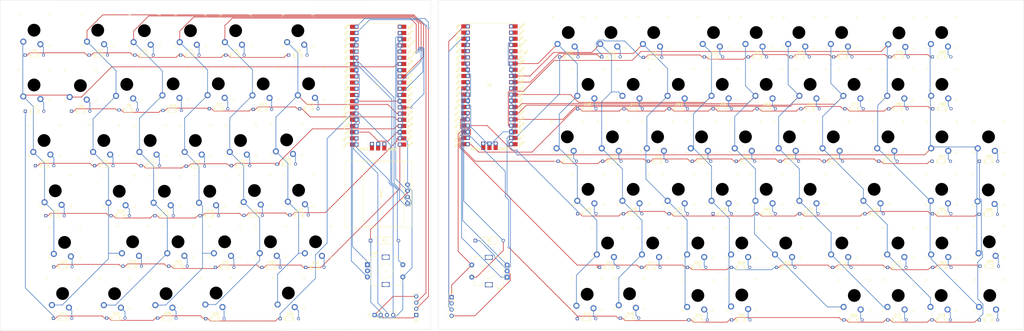
<source format=kicad_pcb>
(kicad_pcb (version 20221018) (generator pcbnew)
  (layers (0 "F.Cu" signal) (31 "B.Cu" signal) (34 "B.Paste" user) (35 "F.Paste" user) (36 "B.SilkS" user "B.Silkscreen") (37 "F.SilkS" user "F.Silkscreen") (38 "B.Mask" user) (39 "F.Mask" user) (44 "Edge.Cuts" user))
  (net 0 "")
  (net 1 "+3V3")
  (net 2 "SCL")
  (net 3 "SDA")
  (net 4 "ROW0")
  (net 5 "Net-(D1-A)")
  (net 6 "Net-(D2-A)")
  (net 7 "Net-(D3-A)")
  (net 8 "Net-(D4-A)")
  (net 9 "Net-(D5-A)")
  (net 10 "Net-(D6-A)")
  (net 11 "ROW5")
  (net 12 "Net-(D7-A)")
  (net 13 "ROW1")
  (net 14 "Net-(D8-A)")
  (net 15 "Net-(D9-A)")
  (net 16 "Net-(D10-A)")
  (net 17 "Net-(D11-A)")
  (net 18 "Net-(D12-A)")
  (net 19 "Net-(D13-A)")
  (net 20 "Net-(D14-A)")
  (net 21 "ROW2")
  (net 22 "Net-(D15-A)")
  (net 23 "Net-(D16-A)")
  (net 24 "Net-(D17-A)")
  (net 25 "GND")
  (net 26 "Net-(D18-A)")
  (net 27 "Net-(D19-A)")
  (net 28 "Net-(D20-A)")
  (net 36 "Net-(D21-A)")
  (net 37 "ROW3")
  (net 38 "Net-(D22-A)")
  (net 39 "Net-(D23-A)")
  (net 40 "Net-(D24-A)")
  (net 41 "Net-(D25-A)")
  (net 42 "Net-(D26-A)")
  (net 43 "Net-(D27-A)")
  (net 44 "Net-(D28-A)")
  (net 45 "ROW4")
  (net 46 "Net-(D29-A)")
  (net 47 "Net-(D30-A)")
  (net 48 "Net-(D31-A)")
  (net 49 "Net-(D32-A)")
  (net 50 "Net-(D33-A)")
  (net 51 "Net-(D34-A)")
  (net 52 "Net-(D35-A)")
  (net 53 "Net-(D36-A)")
  (net 54 "ROW6")
  (net 55 "Net-(D37-A)")
  (net 56 "ROW7")
  (net 57 "Net-(D38-A)")
  (net 58 "ROW8")
  (net 59 "Net-(D39-A)")
  (net 60 "ROW9")
  (net 61 "Net-(D40-A)")
  (net 62 "ROW10")
  (net 63 "Net-(D41-A)")
  (net 64 "ROW11")
  (net 65 "Net-(D42-A)")
  (net 66 "Net-(D43-A)")
  (net 67 "Net-(D44-A)")
  (net 68 "Net-(D45-A)")
  (net 69 "Net-(D46-A)")
  (net 70 "Net-(D47-A)")
  (net 71 "Net-(D48-A)")
  (net 72 "Net-(D49-A)")
  (net 73 "Net-(D50-A)")
  (net 74 "Net-(D51-A)")
  (net 75 "Net-(D52-A)")
  (net 76 "Net-(D53-A)")
  (net 77 "Net-(D54-A)")
  (net 78 "Net-(D55-A)")
  (net 79 "Net-(D56-A)")
  (net 80 "Net-(D57-A)")
  (net 81 "Net-(D58-A)")
  (net 82 "Net-(D59-A)")
  (net 83 "Net-(D60-A)")
  (net 84 "Net-(D61-A)")
  (net 85 "Net-(D62-A)")
  (net 86 "Net-(D63-A)")
  (net 87 "Net-(D64-A)")
  (net 88 "Net-(D65-A)")
  (net 89 "Net-(D66-A)")
  (net 90 "Net-(D67-A)")
  (net 91 "Net-(D68-A)")
  (net 92 "Net-(D69-A)")
  (net 93 "Net-(D70-A)")
  (net 94 "Net-(D71-A)")
  (net 95 "Net-(D72-A)")
  (net 96 "Net-(D73-A)")
  (net 97 "Net-(D74-A)")
  (net 98 "Net-(D75-A)")
  (net 99 "Net-(D76-A)")
  (net 100 "Net-(D77-A)")
  (net 101 "Net-(D78-A)")
  (net 102 "Net-(D79-A)")
  (net 103 "Net-(D80-A)")
  (net 104 "Net-(D81-A)")
  (net 105 "Net-(D82-A)")
  (net 106 "Net-(D83-A)")
  (net 107 "Net-(D84-A)")
  (net 108 "Net-(D85-A)")
  (net 109 "Net-(D86-A)")
  (net 110 "Net-(D87-A)")
  (net 111 "Net-(D88-A)")
  (net 112 "Net-(D89-A)")
  (net 113 "Net-(D90-A)")
  (net 114 "2C")
  (net 115 "1C")
  (net 116 "1A")
  (net 117 "1B")
  (net 118 "2A")
  (net 119 "2B")
  (net 120 "COL0")
  (net 121 "COL1")
  (net 122 "COL2")
  (net 123 "COL3")
  (net 124 "COL4")
  (net 125 "COL5")
  (net 126 "COL6")
  (net 127 "COL7")
  (net 128 "COL8")
  (net 129 "COL9")
  (net 130 "COL10")
  (net 131 "COL11")
  (net 132 "COL12")
  (net 133 "COL13")
  (net 134 "COL14")
  (net 135 "TX")
  (net 136 "RX")
  (net 143 "TRACKCL")
  (net 144 "TRACKD")
  (footprint "Button_Switch_Keyboard:SW_Gateron_LowProfile_THT" (layer "F.Cu") (at 150.4 254.25)
    (fp_text reference "SW22" hide)
    (fp_text value "SW_Push_45deg" hide)
  )
  (footprint "Button_Switch_Keyboard:SW_Gateron_LowProfile_THT" (layer "F.Cu") (at 320.4 253)
    (fp_text reference "SW59" hide)
    (fp_text value "SW_Push_45deg" hide)
  )
  (footprint "Module:RPi_Pico_SMD_TH" (layer "F.Cu") (at 187.89 232.03)
    (fp_text reference "U1")
    (fp_text value "Pico")
  )
  (footprint "Diode_THT:1N4198" (layer "F.Cu") (at 400.5 328)
    (fp_text reference "D72")
    (fp_text value "D")
  )
  (footprint "Diode_THT:1N4198" (layer "F.Cu") (at 346.9 241.5)
    (fp_text reference "D62")
    (fp_text value "D")
  )
  (footprint "Diode_THT:1N4198" (layer "F.Cu") (at 266.0315 220.25)
    (fp_text reference "D37")
    (fp_text value "D")
  )
  (footprint "Button_Switch_Keyboard:SW_Gateron_LowProfile_THT" (layer "F.Cu") (at 118.9 275.3)
    (fp_text reference "SW27" hide)
    (fp_text value "SW_Push_45deg" hide)
  )
  (footprint "Diode_THT:1N4198" (layer "F.Cu") (at 396.8 263)
    (fp_text reference "D81")
    (fp_text value "D")
  )
  (footprint "Diode_THT:1N4198" (layer "F.Cu") (at 136.7 285.2)
    (fp_text reference "D26")
    (fp_text value "D")
  )
  (footprint "Diode_THT:1N4198" (layer "F.Cu") (at 328.9 284.5)
    (fp_text reference "D58")
    (fp_text value "D")
  )
  (footprint "Diode_THT:1N4198" (layer "F.Cu") (at 283.6685 263)
    (fp_text reference "D45")
    (fp_text value "D")
  )
  (footprint "Diode_THT:1N4198" (layer "F.Cu") (at 162 306.5)
    (fp_text reference "D34")
    (fp_text value "D")
  )
  (footprint "Button_Switch_Keyboard:SW_Gateron_LowProfile_THT" (layer "F.Cu") (at 46.9 209.3)
    (fp_text reference "SW3" hide)
    (fp_text value "SW_Push_45deg" hide)
  )
  (footprint "Diode_THT:1N4198" (layer "F.Cu") (at 418.8 220.25)
    (fp_text reference "D85")
    (fp_text value "D")
  )
  (footprint "Diode_THT:1N4198" (layer "F.Cu") (at 438 328)
    (fp_text reference "D84")
    (fp_text value "D")
  )
  (footprint "Button_Switch_Keyboard:SW_Gateron_LowProfile_THT" (layer "F.Cu") (at 437.9 274.75)
    (fp_text reference "SW90" hide)
    (fp_text value "SW_Push_45deg" hide)
  )
  (footprint "Diode_THT:1N4198" (layer "F.Cu") (at 438.3 306)
    (fp_text reference "D89")
    (fp_text value "D")
  )
  (footprint "Diode_THT:1N4198" (layer "F.Cu") (at 55.5 285.3)
    (fp_text reference "D22")
    (fp_text value "D")
  )
  (footprint "Diode_THT:1N4198" (layer "F.Cu") (at 94.5 264.8)
    (fp_text reference "D17")
    (fp_text value "D")
  )
  (footprint "Diode_THT:1N4198" (layer "F.Cu") (at 80.4 327.25)
    (fp_text reference "D21")
    (fp_text value "D")
  )
  (footprint "Button_Switch_Keyboard:SW_Gateron_LowProfile_THT" (layer "F.Cu") (at 155 209.5)
    (fp_text reference "SW8" hide)
    (fp_text value "SW_Push_45deg" hide)
  )
  (footprint "Button_Switch_Keyboard:SW_Gateron_LowProfile_THT" (layer "F.Cu") (at 438.3 296)
    (fp_text reference "SW91" hide)
    (fp_text value "SW_Push_45deg" hide)
  )
  (footprint "Button_Switch_Keyboard:SW_Gateron_LowProfile_THT" (layer "F.Cu") (at 325.3 210.25)
    (fp_text reference "SW57" hide)
    (fp_text value "SW_Push_45deg" hide)
  )
  (footprint "Diode_THT:1N4198" (layer "F.Cu") (at 310.9 284.5)
    (fp_text reference "D52")
    (fp_text value "D")
  )
  (footprint "Resistor_THT:CF14JT4K70" (layer "F.Cu") (at 184.785 295.5)
    (fp_text reference "R1")
    (fp_text value "R")
  )
  (footprint "Button_Switch_Keyboard:SW_Gateron_LowProfile_THT" (layer "F.Cu") (at 364.9 274.5)
    (fp_text reference "SW72" hide)
    (fp_text value "SW_Push_45deg" hide)
  )
  (footprint "Resistor_THT:CF14JT4K70" (layer "F.Cu") (at 227.75 295.5)
    (fp_text reference "R2")
    (fp_text value "R")
  )
  (footprint "Button_Switch_Keyboard:SW_Gateron_LowProfile_THT" (layer "F.Cu") (at 59.4 296.25)
    (fp_text reference "SW31" hide)
    (fp_text value "SW_Push_45deg" hide)
  )
  (footprint "Button_Switch_Keyboard:SW_Gateron_LowProfile_THT" (layer "F.Cu") (at 318.9 296.5)
    (fp_text reference "SW55" hide)
    (fp_text value "SW_Push_45deg" hide)
  )
  (footprint "Button_Switch_Keyboard:SW_Gateron_LowProfile_THT" (layer "F.Cu") (at 401 318)
    (fp_text reference "SW74" hide)
    (fp_text value "SW_Push_45deg" hide)
  )
  (footprint "Button_Switch_Keyboard:SW_Gateron_LowProfile_THT" (layer "F.Cu") (at 438.5 318)
    (fp_text reference "SW86" hide)
    (fp_text value "SW_Push_45deg" hide)
  )
  (footprint "Diode_THT:1N4198" (layer "F.Cu") (at 92 219.5)
    (fp_text reference "D3")
    (fp_text value "D")
  )
  (footprint "Diode_THT:1N4198" (layer "F.Cu") (at 110.7685 219.5)
    (fp_text reference "D4")
    (fp_text value "D")
  )
  (footprint "Button_Switch_Keyboard:SW_Gateron_LowProfile_THT" (layer "F.Cu") (at 418.6 318)
    (fp_text reference "SW80" hide)
    (fp_text value "SW_Push_45deg" hide)
  )
  (footprint "Diode_THT:1N4198" (layer "F.Cu") (at 292.4 241.5)
    (fp_text reference "D44")
    (fp_text value "D")
  )
  (footprint "Diode_THT:1N4198" (layer "F.Cu") (at 101.3315 327.25)
    (fp_text reference "D28")
    (fp_text value "D")
  )
  (footprint "Button_Switch_Keyboard:SW_Gateron_LowProfile_THT" (layer "F.Cu") (at 418.9 253)
    (fp_text reference "SW89" hide)
    (fp_text value "SW_Push_45deg" hide)
  )
  (footprint "Button_Switch_Keyboard:SW_Gateron_LowProfile_THT" (layer "F.Cu") (at 364.9 231.5)
    (fp_text reference "SW70" hide)
    (fp_text value "SW_Push_45deg" hide)
  )
  (footprint "Button_Switch_Keyboard:SW_Gateron_LowProfile_THT" (layer "F.Cu") (at 101 317.25)
    (fp_text reference "SW30" hide)
    (fp_text value "SW_Push_45deg" hide)
  )
  (footprint "Button_Switch_Keyboard:SW_Gateron_LowProfile_THT" (layer "F.Cu") (at 418.8 274.5)
    (fp_text reference "SW84" hide)
    (fp_text value "SW_Push_45deg" hide)
  )
  (footprint "Diode_THT:1N4198" (layer "F.Cu") (at 140.5 241.73)
    (fp_text reference "D12")
    (fp_text value "D")
  )
  (footprint "Button_Switch_Keyboard:SW_Gateron_LowProfile_THT" (layer "F.Cu") (at 121.5 317)
    (fp_text reference "SW37" hide)
    (fp_text value "SW_Push_45deg" hide)
  )
  (footprint "Button_Switch_Keyboard:SW_Gateron_LowProfile_THT" (layer "F.Cu") (at 346.9 231.5)
    (fp_text reference "SW64" hide)
    (fp_text value "SW_Push_45deg" hide)
  )
  (footprint "Button_Switch_Keyboard:SW_Gateron_LowProfile_THT" (layer "F.Cu") (at 377.8 210.25)
    (fp_text reference "SW75" hide)
    (fp_text value "SW_Push_45deg" hide)
  )
  (footprint "Button_Switch_Keyboard:SW_Gateron_LowProfile_THT" (layer "F.Cu") (at 159.4 231.25)
    (fp_text reference "SW15" hide)
    (fp_text value "SW_Push_45deg" hide)
  )
  (footprint "Button_Switch_Keyboard:SW_Gateron_LowProfile_THT" (layer "F.Cu") (at 302.4 253)
    (fp_text reference "SW53" hide)
    (fp_text value "SW_Push_45deg" hide)
  )
  (footprint "Diode_THT:1N4198" (layer "F.Cu") (at 378.3 220.25)
    (fp_text reference "D73")
    (fp_text value "D")
  )
  (footprint "Diode_THT:1N4198" (layer "F.Cu") (at 310.9 241.5)
    (fp_text reference "D50")
    (fp_text value "D")
  )
  (footprint "Diode_THT:1N4198" (layer "F.Cu") (at 58.6 327.35)
    (fp_text reference "D14")
    (fp_text value "D")
  )
  (footprint "Diode_THT:1N4198" (layer "F.Cu") (at 299.6685 306.5)
    (fp_text reference "D47")
    (fp_text value "D")
  )
  (footprint "Diode_THT:1N4198" (layer "F.Cu") (at 155 219.5)
    (fp_text reference "D6")
    (fp_text value "D")
  )
  (footprint "Diode_THT:1N4198" (layer "F.Cu") (at 354.9 306.5)
    (fp_text reference "D65")
    (fp_text value "D")
  )
  (footprint "Button_Switch_Keyboard:SW_Gateron_LowProfile_THT" (layer "F.Cu") (at 338.4 253)
    (fp_text reference "SW65" hide)
    (fp_text value "SW_Push_45deg" hide)
  )
  (footprint "Diode_THT:1N4198" (layer "F.Cu") (at 400.4 306.5)
    (fp_text reference "D77")
    (fp_text value "D")
  )
  (footprint "Diode_THT:1N4198" (layer "F.Cu") (at 302.4 263)
    (fp_text reference "D51")
    (fp_text value "D")
  )
  (footprint "Diode_THT:1N4198" (layer "F.Cu") (at 150.2685 264.17)
    (fp_text reference "D20")
    (fp_text value "D")
  )
  (footprint "Diode_THT:1N4198" (layer "F.Cu") (at 103.5 242.19)
    (fp_text reference "D10")
    (fp_text value "D")
  )
  (footprint "Button_Switch_Keyboard:SW_Gateron_LowProfile_THT" (layer "F.Cu") (at 273.9 231.5)
    (fp_text reference "SW40" hide)
    (fp_text value "SW_Push_45deg" hide)
  )
  (footprint "Diode_THT:1N4198" (layer "F.Cu") (at 438 263)
    (fp_text reference "D90")
    (fp_text value "D")
  )
  (footprint "Button_Switch_Keyboard:SW_Gateron_LowProfile_THT" (layer "F.Cu") (at 318.9 318)
    (fp_text reference "SW56" hide)
    (fp_text value "SW_Push_45deg" hide)
  )
  (footprint "Diode_THT:1N4198" (layer "F.Cu") (at 75.5 264.8)
    (fp_text reference "D16")
    (fp_text value "D")
  )
  (footprint "Diode_THT:1N4198" (layer "F.Cu") (at 113 265.03)
    (fp_text reference "D18")
    (fp_text value "D")
  )
  (footprint "Button_Switch_Keyboard:SW_Gateron_LowProfile_THT" (layer "F.Cu") (at 162.2685 296)
    (fp_text reference "SW36" hide)
    (fp_text value "SW_Push_45deg" hide)
  )
  (footprint "Button_Switch_Keyboard:SW_Gateron_LowProfile_THT" (layer "F.Cu") (at 328.9 274.5)
    (fp_text reference "SW60" hide)
    (fp_text value "SW_Push_45deg" hide)
  )
  (footprint "Diode_THT:1N4198" (layer "F.Cu") (at 66 242.5)
    (fp_text reference "D8")
    (fp_text value "D")
  )
  (footprint "Button_Switch_Keyboard:SW_Gateron_LowProfile_THT" (layer "F.Cu") (at 400.9 231.5)
    (fp_text reference "SW82" hide)
    (fp_text value "SW_Push_45deg" hide)
  )
  (footprint "Diode_THT:1N4198" (layer "F.Cu") (at 343.3 220.25)
    (fp_text reference "D61")
    (fp_text value "D")
  )
  (footprint "Diode_THT:1N4198" (layer "F.Cu") (at 282.4 306.5)
    (fp_text reference "D41")
    (fp_text value "D")
  )
  (footprint "Diode_THT:1N4198" (layer "F.Cu") (at 391.1315 284.5)
    (fp_text reference "D76")
    (fp_text value "D")
  )
  (footprint "Diode_THT:1N4198" (layer "F.Cu") (at 121 327.5)
    (fp_text reference "D35")
    (fp_text value "D")
  )
  (footprint "Button_Switch_Keyboard:SW_Gateron_LowProfile_THT" (layer "F.Cu") (at 400.9 296.5)
    (fp_text reference "SW79" hide)
    (fp_text value "SW_Push_45deg" hide)
  )
  (footprint "Button_Switch_Keyboard:SW_Gateron_LowProfile_THT" (layer "F.Cu") (at 418.8 210.25)
    (fp_text reference "SW87" hide)
    (fp_text value "SW_Push_45deg" hide)
  )
  (footprint "Button_Switch_Keyboard:SW_Gateron_LowProfile_THT" (layer "F.Cu") (at 94.5 254.5)
    (fp_text reference "SW19" hide)
    (fp_text value "SW_Push_45deg" hide)
  )
  (footprint "Button_Switch_Keyboard:SW_Gateron_LowProfile_THT" (layer "F.Cu") (at 46.9 231.75)
    (fp_text reference "SW9" hide)
    (fp_text value "SW_Push_45deg" hide)
  )
  (footprint "Diode_THT:1N4198" (layer "F.Cu") (at 401.3 220.25)
    (fp_text reference "D79")
    (fp_text value "D")
  )
  (footprint "Button_Switch_Keyboard:SW_Gateron_LowProfile_THT" (layer "F.Cu") (at 328.9 231.5)
    (fp_text reference "SW58" hide)
    (fp_text value "SW_Push_45deg" hide)
  )
  (footprint "Button_Switch_Keyboard:SW_Gateron_LowProfile_THT" (layer "F.Cu") (at 125 296)
    (fp_text reference "SW34" hide)
    (fp_text value "SW_Push_45deg" hide)
  )
  (footprint "Diode_THT:1N4198" (layer "F.Cu") (at 336.4 306.5)
    (fp_text reference "D59")
    (fp_text value "D")
  )
  (footprint "Diode_THT:1N4198" (layer "F.Cu") (at 129.2315 219.5)
    (fp_text reference "D5")
    (fp_text value "D")
  )
  (footprint "Diode_THT:1N4198" (layer "F.Cu") (at 377.9 306.5)
    (fp_text reference "D71")
    (fp_text value "D")
  )
  (footprint "Button_Switch_Keyboard:SW_Gateron_LowProfile_THT" (layer "F.Cu") (at 310.9 231.5)
    (fp_text reference "SW52" hide)
    (fp_text value "SW_Push_45deg" hide)
  )
  (footprint "Button_Switch_Keyboard:SW_Gateron_LowProfile_THT" (layer "F.Cu") (at 346.9 274.5)
    (fp_text reference "SW66" hide)
    (fp_text value "SW_Push_45deg" hide)
  )
  (footprint "Diode_THT:1N4198" (layer "F.Cu") (at 360.8 220.25)
    (fp_text reference "D67")
    (fp_text value "D")
  )
  (footprint "Button_Switch_Keyboard:SW_Gateron_LowProfile_THT" (layer "F.Cu") (at 51 254.5)
    (fp_text reference "SW17" hide)
    (fp_text value "SW_Push_45deg" hide)
  )
  (footprint "Diode_THT:1N4198" (layer "F.Cu") (at 364.4 284.5)
    (fp_text reference "D70")
    (fp_text value "D")
  )
  (footprint "Diode_THT:1N4198" (layer "F.Cu") (at 338.4 263)
    (fp_text reference "D63")
    (fp_text value "D")
  )
  (footprint "Diode_THT:1N4198" (layer "F.Cu") (at 292.1685 284.5)
    (fp_text reference "D46")
    (fp_text value "D")
  )
  (footprint "Button_Switch_Keyboard:SW_Gateron_LowProfile_THT" (layer "F.Cu") (at 131.5 254.5)
    (fp_text reference "SW21" hide)
    (fp_text value "SW_Push_45deg" hide)
  )
  (footprint "Button_Switch_Keyboard:SW_Gateron_LowProfile_THT" (layer "F.Cu") (at 377.9 296.5)
    (fp_text reference "SW73" hide)
    (fp_text value "SW_Push_45deg" hide)
  )
  (footprint "Button_Switch_Keyboard:SW_Gateron_LowProfile_THT" (layer "F.Cu") (at 84.9 231.5)
    (fp_text reference "SW11" hide)
    (fp_text value "SW_Push_45deg" hide)
  )
  (footprint "Button_Switch_Keyboard:SW_Gateron_LowProfile_THT" (layer "F.Cu") (at 283.3 210.24)
    (fp_text reference "SW45" hide)
    (fp_text value "SW_Push_45deg" hide)
  )
  (footprint "Button_Switch_Keyboard:SW_Gateron_LowProfile_THT" (layer "F.Cu") (at 273.9 274.5)
    (fp_text reference "SW42" hide)
    (fp_text value "SW_Push_45deg" hide)
  )
  (footprint "Button_Switch_Keyboard:SW_Gateron_LowProfile_THT" (layer "F.Cu") (at 300.8 210.25)
    (fp_text reference "SW51" hide)
    (fp_text value "SW_Push_45deg" hide)
  )
  (footprint "Button_Switch_Keyboard:SW_Gateron_LowProfile_THT" (layer "F.Cu") (at 265.4 253)
    (fp_text reference "SW41" hide)
    (fp_text value "SW_Push_45deg" hide)
  )
  (footprint "Diode_THT:1N4198" (layer "F.Cu") (at 85.5 242)
    (fp_text reference "D9")
    (fp_text value "D")
  )
  (footprint "Button_Switch_Keyboard:SW_Gateron_LowProfile_THT" (layer "F.Cu") (at 122.4 231.25)
    (fp_text reference "SW13" hide)
    (fp_text value "SW_Push_45deg" hide)
  )
  (footprint "Diode_THT:1N4198" (layer "F.Cu") (at 290.9 327.3)
    (fp_text reference "D48")
    (fp_text value "D")
  )
  (footprint "Diode_THT:1N4198" (layer "F.Cu") (at 319 328)
    (fp_text reference "D54")
    (fp_text value "D")
  )
  (footprint "Button_Switch_Keyboard:SW_Gateron_LowProfile_THT" (layer "F.Cu") (at 273.537 317.5)
    (fp_text reference "SW44" hide)
    (fp_text value "SW_Push_45deg" hide)
  )
  (footprint "Button_Switch_Keyboard:SW_Gateron_LowProfile_THT" (layer "F.Cu") (at 281.9 296.5)
    (fp_text reference "SW43" hide)
    (fp_text value "SW_Push_45deg" hide)
  )
  (footprint "Button_Switch_Keyboard:SW_Gateron_LowProfile_THT" (layer "F.Cu") (at 111 209.5)
    (fp_text reference "SW6" hide)
    (fp_text value "SW_Push_45deg" hide)
  )
  (footprint "Button_Switch_Keyboard:SW_Gateron_LowProfile_THT" (layer "F.Cu") (at 300.4 296.5)
    (fp_text reference "SW49" hide)
    (fp_text value "SW_Push_45deg" hide)
  )
  (footprint "Connector_PinHeader_2.54mm:PinHeader_1x04_P2.54mm_Vertical" (layer "F.Cu") (at 186.42 326 90)
    (fp_text reference "J1")
    (fp_text value "Conn_01x04")
  )
  (footprint "Button_Switch_Keyboard:SW_Gateron_LowProfile_THT" (layer "F.Cu") (at 103.9 231.3)
    (fp_text reference "SW12" hide)
    (fp_text value "SW_Push_45deg" hide)
  )
  (footprint "Button_Switch_Keyboard:SW_Gateron_LowProfile_THT" (layer "F.Cu") (at 336.9 317.8)
    (fp_text reference "SW62" hide)
    (fp_text value "SW_Push_45deg" hide)
  )
  (footprint "Button_Switch_Keyboard:SW_Gateron_LowProfile_THT" (layer "F.Cu") (at 155.3 274.88)
    (fp_text reference "SW29" hide)
    (fp_text value "SW_Push_45deg" hide)
  )
  (footprint "Display:SSD1306_128x64" (layer "F.Cu") (at 189.35 276.2 -90)
    (fp_text reference "Brd1")
    (fp_text value "SSD1306")
  )
  (footprint "Diode_THT:1N4198" (layer "F.Cu") (at 273.2685 327.5)
    (fp_text reference "D42")
    (fp_text value "D")
  )
  (footprint "Button_Switch_Keyboard:SW_Gateron_LowProfile_THT" (layer "F.Cu") (at 396.8 253)
    (fp_text reference "SW83" hide)
    (fp_text value "SW_Push_45deg" hide)
  )
  (footprint "Diode_THT:1N4198" (layer "F.Cu") (at 418.9 306.5)
    (fp_text reference "D83")
    (fp_text value "D")
  )
  (footprint "Button_Switch_Keyboard:SW_Gateron_LowProfile_THT" (layer "F.Cu") (at 105.9 296)
    (fp_text reference "SW33" hide)
    (fp_text value "SW_Push_45deg" hide)
  )
  (footprint "Button_Switch_Keyboard:SW_Gateron_LowProfile_THT" (layer "F.Cu") (at 354.9 296.5)
    (fp_text reference "SW67" hide)
    (fp_text value "SW_Push_45deg" hide)
  )
  (footprint "Button_Switch_Keyboard:SW_Gateron_LowProfile_THT" (layer "F.Cu") (at 438 253)
    (fp_text reference "SW92" hide)
    (fp_text value "SW_Push_45deg" hide)
  )
  (footprint "Button_Switch_Keyboard:SW_Gateron_LowProfile_THT" (layer "F.Cu") (at 292.4 231.5)
    (fp_text reference "SW46" hide)
    (fp_text value "SW_Push_45deg" hide)
  )
  (footprint "Diode_THT:1N4198" (layer "F.Cu") (at 318.4 306.5)
    (fp_text reference "D53")
    (fp_text value "D")
  )
  (footprint "Diode_THT:1N4198" (layer "F.Cu") (at 418.9 241.5)
    (fp_text reference "D86")
    (fp_text value "D")
  )
  (footprint "Diode_THT:1N4198" (layer "F.Cu") (at 356.4 263)
    (fp_text reference "D69")
    (fp_text value "D")
  )
  (footprint "Diode_THT:1N4198" (layer "F.Cu") (at 265.4 263)
    (fp_text reference "D39")
    (fp_text value "D")
  )
  (footprint "Button_Switch_Keyboard:SW_Gateron_LowProfile_THT" (layer "F.Cu") (at 342.8 210.25)
    (fp_text reference "SW63" hide)
    (fp_text value "SW_Push_45deg" hide)
  )
  (footprint "Button_Switch_Keyboard:SW_Gateron_LowProfile_THT" (layer "F.Cu") (at 100.3 275.3)
    (fp_text reference "SW26" hide)
    (fp_text value "SW_Push_45deg" hide)
  )
  (footprint "Button_Switch_Keyboard:SW_Gateron_LowProfile_THT" (layer "F.Cu") (at 283.9 253)
    (fp_text reference "SW47" hide)
    (fp_text value "SW_Push_45deg" hide)
  )
  (footprint "Button_Switch_Keyboard:SW_Gateron_LowProfile_THT" (layer "F.Cu") (at 292.4 274.5)
    (fp_text reference "SW48" hide)
    (fp_text value "SW_Push_45deg" hide)
  )
  (footprint "Button_Switch_Keyboard:SW_Gateron_LowProfile_THT" (layer "F.Cu") (at 81.8 275.3)
    (fp_text reference "SW25" hide)
    (fp_text value "SW_Push_45deg" hide)
  )
  (footprint "Button_Switch_Keyboard:SW_Gateron_LowProfile_THT" (layer "F.Cu") (at 360.3 210.25)
    (fp_text reference "SW69" hide)
    (fp_text value "SW_Push_45deg" hide)
  )
  (footprint "Button_Switch_Keyboard:SW_Gateron_LowProfile_THT" (layer "F.Cu") (at 290.9 317.3)
    (fp_text reference "SW50" hide)
    (fp_text value "SW_Push_45deg" hide)
  )
  (footprint "Diode_THT:1N4198" (layer "F.Cu") (at 283.3 220.25)
    (fp_text reference "D43")
    (fp_text value "D")
  )
  (footprint "Button_Switch_Keyboard:SW_Gateron_LowProfile_THT" (layer "F.Cu") (at 55.6 275.1)
    (fp_text reference "SW24" hide)
    (fp_text value "SW_Push_45deg" hide)
  )
  (footprint "Diode_THT:1N4198" (layer "F.Cu") (at 47.1 242.5)
    (fp_text reference "D7")
    (fp_text value "D")
  )
  (footprint "Diode_THT:1N4198" (layer "F.Cu") (at 400.9 241.5)
    (fp_text reference "D80")
    (fp_text value "D")
  )
  (footprint "Button_Switch_Keyboard:SW_Gateron_LowProfile_THT" (layer "F.Cu") (at 310.9 274.5)
    (fp_text reference "SW54" hide)
    (fp_text value "SW_Push_45deg" hide)
  )
  (footprint "Diode_THT:1N4198" (layer "F.Cu") (at 325.3 220.25)
    (fp_text reference "D55")
    (fp_text value "D")
  )
  (footprint "Rotary_Encoder:RotaryEncoder_Alps_EC11E-Switch_Vertical_H20mm" (layer "F.Cu") (at 183.5 305.4)
    (fp_text reference "SW2")
    (fp_text value "RotaryEncoder_Switch")
  )
  (footprint "Connector_PinHeader_2.54mm:PinHeader_1x04_P2.54mm_Vertical" (layer "F.Cu") (at 218 318.7)
    (fp_text reference "J3")
    (fp_text value "Conn_01x04")
  )
  (footprint "Diode_THT:1N4198" (layer "F.Cu") (at 300.325 220.46)
    (fp_text reference "D49")
    (fp_text value "D")
  )
  (footprint "Diode_THT:1N4198" (layer "F.Cu") (at 382.9 241.5)
    (fp_text reference "D74")
    (fp_text value "D")
  )
  (footprint "Diode_THT:1N4198" (layer "F.Cu") (at 131.5 264.8)
    (fp_text reference "D19")
    (fp_text value "D")
  )
  (footprint "Diode_THT:1N4198" (layer "F.Cu") (at 87.1315 306)
    (fp_text reference "D30")
    (fp_text value "D")
  )
  (footprint "Button_Switch_Keyboard:SW_Gateron_LowProfile_THT" (layer "F.Cu") (at 92.1 209.5)
    (fp_text reference "SW5" hide)
    (fp_text value "SW_Push_45deg" hide)
  )
  (footprint "Button_Switch_Keyboard:SW_Gateron_LowProfile_THT" (layer "F.Cu") (at 374.4 253)
    (fp_text reference "SW77" hide)
    (fp_text value "SW_Push_45deg" hide)
  )
  (footprint "Diode_THT:1N4198" (layer "F.Cu") (at 155.5 285)
    (fp_text reference "D27")
    (fp_text value "D")
  )
  (footprint "Button_Switch_Keyboard:SW_Gateron_LowProfile_THT" (layer "F.Cu") (at 401.3 210.4)
    (fp_text reference "SW81" hide)
    (fp_text value "SW_Push_45deg" hide)
  )
  (footprint "Diode_THT:1N4198" (layer "F.Cu") (at 418.6315 263)
    (fp_text reference "D87")
    (fp_text value "D")
  )
  (footprint "Button_Switch_Keyboard:SW_Gateron_LowProfile_THT" (layer "F.Cu") (at 113 254.5)
    (fp_text reference "SW20" hide)
    (fp_text value "SW_Push_45deg" hide)
  )
  (footprint "Button_Switch_Keyboard:SW_Gateron_LowProfile_THT" (layer "F.Cu") (at 336.9 296.5)
    (fp_text reference "SW61" hide)
    (fp_text value "SW_Push_45deg" hide)
  )
  (footprint "Rotary_Encoder:RotaryEncoder_Alps_EC11E-Switch_Vertical_H20mm" (layer "F.Cu") (at 240.75 310.5 180)
    (fp_text reference "SW1")
    (fp_text value "RotaryEncoder_Switch")
  )
  (footprint "Button_Switch_Keyboard:SW_Gateron_LowProfile_THT" (layer "F.Cu") (at 140.8 231.3)
    (fp_text reference "SW14" hide)
    (fp_text value "SW_Push_45deg" hide)
  )
  (footprint "Diode_THT:1N4198" (layer "F.Cu") (at 364.9 241.5)
    (fp_text reference "D68")
    (fp_text value "D")
  )
  (footprint "Diode_THT:1N4198" (layer "F.Cu") (at 51.2315 264.8)
    (fp_text reference "D15")
    (fp_text value "D")
  )
  (footprint "Diode_THT:1N4198" (layer "F.Cu") (at 73.2315 219.5)
    (fp_text reference "D2")
    (fp_text value "D")
  )
  (footprint "Diode_THT:1N4198" (layer "F.Cu") (at 382.5 328)
    (fp_text reference "D66")
    (fp_text value "D")
  )
  (footprint "Button_Switch_Keyboard:SW_Gateron_LowProfile_THT" (layer "F.Cu") (at 418.9 231.5)
    (fp_text reference "SW88" hide)
    (fp_text value "SW_Push_45deg" hide)
  )
  (footprint "Diode_THT:1N4198" (layer "F.Cu") (at 125 306.5)
    (fp_text reference "D32")
    (fp_text value "D")
  )
  (footprint "Button_Switch_Keyboard:SW_Gateron_LowProfile_THT" (layer "F.Cu") (at 383 318)
    (fp_text reference "SW68" hide)
    (fp_text value "SW_Push_45deg" hide)
  )
  (footprint "Button_Switch_Keyboard:SW_Gateron_LowProfile_THT" (layer "F.Cu") (at 75.5 254.5)
    (fp_text reference "SW18" hide)
    (fp_text value "SW_Push_45deg" hide)
  )
  (footprint "Diode_THT:1N4198" (layer "F.Cu") (at 82.2 285.3)
    (fp_text reference "D23")
    (fp_text value "D")
  )
  (footprint "Button_Switch_Keyboard:SW_Gateron_LowProfile_THT" (layer "F.Cu") (at 143.7685 296)
    (fp_text reference "SW35" hide)
    (fp_text value "SW_Push_45deg" hide)
  )
  (footprint "Diode_THT:1N4198" (layer "F.Cu") (at 47 219.5)
    (fp_text reference "D1")
    (fp_text value "D")
  )
  (footprint "Button_Switch_Keyboard:SW_Gateron_LowProfile_THT" (layer "F.Cu") (at 129.5 209.5)
    (fp_text reference "SW7" hide)
    (fp_text value "SW_Push_45deg" hide)
  )
  (footprint "Button_Switch_Keyboard:SW_Gateron_LowProfile_THT" (layer "F.Cu") (at 87.3 296)
    (fp_text reference "SW32" hide)
    (fp_text value "SW_Push_45deg" hide)
  )
  (footprint "Button_Switch_Keyboard:SW_Gateron_LowProfile_THT" (layer "F.Cu") (at 356.4 253)
    (fp_text reference "SW71" hide)
    (fp_text value "SW_Push_45deg" hide)
  )
  (footprint "Button_Switch_Keyboard:SW_Gateron_LowProfile_THT" (layer "F.Cu") (at 79.9 317.25)
    (fp_text reference "SW23" hide)
    (fp_text value "SW_Push_45deg" hide)
  )
  (footprint "Module:RPi_Pico_SMD_TH" (layer "F.Cu") (at 233.5 231.87)
    (fp_text reference "U2")
    (fp_text value "Pico")
  )
  (footprint "Diode_THT:1N4198" (layer "F.Cu") (at 320.4 263)
    (fp_text reference "D57")
    (fp_text value "D")
  )
  (footprint "Diode_THT:1N4198" (layer "F.Cu") (at 105.9 306)
    (fp_text reference "D31")
    (fp_text value "D")
  )
  (footprint "Diode_THT:1N4198" (layer "F.Cu") (at 273.4 284.5)
    (fp_text reference "D40")
    (fp_text value "D")
  )
  (footprint "Diode_THT:1N4198" (layer "F.Cu") (at 122.5 241.46)
    (fp_text reference "D11")
    (fp_text value "D")
  )
  (footprint "Diode_THT:1N4198" (layer "F.Cu") (at 100.2 285.3)
    (fp_text reference "D24")
    (fp_text value "D")
  )
  (footprint "Diode_THT:1N4198" (layer "F.Cu") (at 151.5 327.5)
    (fp_text reference "D36")
    (fp_text value "D")
  )
  (footprint "Diode_THT:1N4198" (layer "F.Cu") (at 418.8 284.5)
    (fp_text reference "D82")
    (fp_text value "D")
  )
  (footprint "Button_Switch_Keyboard:SW_Gateron_LowProfile_THT" (layer "F.Cu") (at 137.2 275)
    (fp_text reference "SW28" hide)
    (fp_text value "SW_Push_45deg" hide)
  )
  (footprint "Button_Switch_Keyboard:SW_Gateron_LowProfile_THT" (layer "F.Cu") (at 151.1 317)
    (fp_text reference "SW38" hide)
    (fp_text value "SW_Push_45deg" hide)
  )
  (footprint "Diode_THT:1N4198" (layer "F.Cu") (at 346.9 284.5)
    (fp_text reference "D64")
    (fp_text value "D")
  )
  (footprint "Diode_THT:1N4198" (layer "F.Cu") (at 273.4 241.5)
    (fp_text reference "D38")
    (fp_text value "D")
  )
  (footprint "Connector_PinHeader_2.54mm:PinHeader_1x04_P2.54mm_Vertical" (layer "F.Cu") (at 203.5 326 180)
    (fp_text reference "J2")
    (fp_text value "Conn_01x04")
  )
  (footprint "Diode_THT:1N4198" (layer "F.Cu") (at 159.5 241.5)
    (fp_text reference "D13")
    (fp_text value "D")
  )
  (footprint "Button_Switch_Keyboard:SW_Gateron_LowProfile_THT" (layer "F.Cu") (at 58.6 317.2)
    (fp_text reference "SW16" hide)
    (fp_text value "SW_Push_45deg" hide)
  )
  (footprint "Button_Switch_Keyboard:SW_Gateron_LowProfile_THT" (layer "F.Cu") (at 73 209.3)
    (fp_text reference "SW4" hide)
    (fp_text value "SW_Push_45deg" hide)
  )
  (footprint "Button_Switch_Keyboard:SW_Gateron_LowProfile_THT" (layer "F.Cu") (at 418.9 296.5)
    (fp_text reference "SW85" hide)
    (fp_text value "SW_Push_45deg" hide)
  )
  (footprint "Diode_THT:1N4198" (layer "F.Cu") (at 418.6 328)
    (fp_text reference "D78")
    (fp_text value "D")
  )
  (footprint "Diode_THT:1N4198" (layer "F.Cu") (at 328.9 241.5)
    (fp_text reference "D56")
    (fp_text value "D")
  )
  (footprint "Diode_THT:1N4198" (layer "F.Cu") (at 58.7315 306.25)
    (fp_text reference "D29")
    (fp_text value "D")
  )
  (footprint "Diode_THT:1N4198" (layer "F.Cu") (at 336.5 328)
    (fp_text reference "D60")
    (fp_text value "D")
  )
  (footprint "Diode_THT:1N4198" (layer "F.Cu") (at 118.7 285.3)
    (fp_text reference "D25")
    (fp_text value "D")
  )
  (footprint "Diode_THT:1N4198" (layer "F.Cu") (at 374.4 263)
    (fp_text reference "D75")
    (fp_text value "D")
  )
  (footprint "Diode_THT:1N4198" (layer "F.Cu") (at 144 306.5)
    (fp_text reference "D33")
    (fp_text value "D")
  )
  (footprint "Button_Switch_Keyboard:SW_Gateron_LowProfile_THT" (layer "F.Cu") (at 391.1315 274.5)
    (fp_text reference "SW78" hide)
    (fp_text value "SW_Push_45deg" hide)
  )
  (footprint "Button_Switch_Keyboard:SW_Gateron_LowProfile_THT" (layer "F.Cu") (at 265.8 210.25)
    (fp_text reference "SW39" hide)
    (fp_text value "SW_Push_45deg" hide)
  )
  (footprint "Diode_THT:1N4198" (layer "F.Cu") (at 437.9 284.75)
    (fp_text reference "D88")
    (fp_text value "D")
  )
  (footprint "Button_Switch_Keyboard:SW_Gateron_LowProfile_THT" (layer "F.Cu") (at 65.9 232)
    (fp_text reference "SW10" hide)
    (fp_text value "SW_Push_45deg" hide)
  )
  (footprint "Button_Switch_Keyboard:SW_Gateron_LowProfile_THT" (layer "F.Cu") (at 382.9 231.5)
    (fp_text reference "SW76" hide)
    (fp_text value "SW_Push_45deg" hide)
  )
  (gr_line (start 452.5 332) (end 452.5 197) (stroke (width 0.1)) (layer "Edge.Cuts"))
  (gr_line (start 212.5 332) (end 452.5 332) (stroke (width 0.1)) (layer "Edge.Cuts"))
  (gr_line (start 35 197) (end 209.426552 196.977445) (stroke (width 0.1)) (layer "Edge.Cuts"))
  (gr_line (start 452.5 197) (end 212.5 197) (stroke (width 0.1)) (layer "Edge.Cuts"))
  (gr_line (start 41 332.5) (end 33 332.5) (stroke (width 0.1)) (layer "Edge.Cuts"))
  (gr_line (start 33 197) (end 35 197) (stroke (width 0.1)) (layer "Edge.Cuts"))
  (gr_line (start 209.426552 196.977445) (end 209.5 332) (stroke (width 0.1)) (layer "Edge.Cuts"))
  (gr_line (start 212.5 197) (end 212.5 332) (stroke (width 0.1)) (layer "Edge.Cuts"))
  (gr_line (start 33 332.5) (end 33 197) (stroke (width 0.1)) (layer "Edge.Cuts"))
  (gr_line (start 209.5 332) (end 41 332.5) (stroke (width 0.1)) (layer "Edge.Cuts"))
  (segment (start 203.5 326) (end 202.325 327.175) (width 0.25) (layer "F.Cu") (net 1))
  (segment (start 199.5274 276.2469) (end 184.785 290.9893) (width 0.25) (layer "F.Cu") (net 1))
  (segment (start 202.325 327.175) (end 190.135 327.175) (width 0.25) (layer "F.Cu") (net 1))
  (segment (start 227.58 326.32) (end 242.075 311.825) (width 0.25) (layer "F.Cu") (net 1))
  (segment (start 242.075 309.325) (end 240.75 308) (width 0.25) (layer "F.Cu") (net 1))
  (segment (start 199.95 276.2469) (end 199.5274 276.2469) (width 0.25) (layer "F.Cu") (net 1))
  (segment (start 190.135 327.175) (end 188.96 326) (width 0.25) (layer "F.Cu") (net 1))
  (segment (start 218 326.32) (end 227.58 326.32) (width 0.25) (layer "F.Cu") (net 1))
  (segment (start 199.95 275.12) (end 199.95 276.2469) (width 0.25) (layer "F.Cu") (net 1))
  (segment (start 184.785 290.9893) (end 184.785 295.5) (width 0.25) (layer "F.Cu") (net 1))
  (segment (start 242.075 311.825) (end 242.075 309.325) (width 0.25) (layer "F.Cu") (net 1))
  (segment (start 184.785 295.5) (end 184.785 296.5254) (width 0.25) (layer "B.Cu") (net 1))
  (segment (start 183.5 307.9) (end 184.8747 307.9) (width 0.25) (layer "B.Cu") (net 1))
  (segment (start 184.8747 307.9) (end 184.8747 296.6151) (width 0.25) (layer "B.Cu") (net 1))
  (segment (start 229.4501 295.5) (end 227.75 295.5) (width 0.25) (layer "B.Cu") (net 1))
  (segment (start 195.8255 211.7701) (end 197.7766 211.7701) (width 0.25) (layer "B.Cu") (net 1))
  (segment (start 199.95 275.12) (end 195.0846 270.2546) (width 0.25) (layer "B.Cu") (net 1))
  (segment (start 184.8747 320.7378) (end 184.8747 307.9) (width 0.25) (layer "B.Cu") (net 1))
  (segment (start 240.7341 307.4208) (end 235.5909 302.2777) (width 0.25) (layer "B.Cu") (net 1))
  (segment (start 240.7145 276.6187) (end 242.1177 278.0219) (width 0.25) (layer "B.Cu") (net 1))
  (segment (start 188.96 326) (end 188.96 324.8231) (width 0.25) (layer "B.Cu") (net 1))
  (segment (start 197.9569 211.9504) (end 197.9569 216.0741) (width 0.25) (layer "B.Cu") (net 1))
  (segment (start 242.39 219.0769) (end 242.7578 219.0769) (width 0.25) (layer "B.Cu") (net 1))
  (segment (start 244.0884 220.4075) (end 244.0884 251.3957) (width 0.25) (layer "B.Cu") (net 1))
  (segment (start 244.0884 251.3957) (end 243.2941 252.19) (width 0.25) (layer "B.Cu") (net 1))
  (segment (start 235.5909 301.6408) (end 229.4501 295.5) (width 0.25) (layer "B.Cu") (net 1))
  (segment (start 197.7766 211.7701) (end 197.9569 211.9504) (width 0.25) (layer "B.Cu") (net 1))
  (segment (start 242.39 217.9) (end 242.39 219.0769) (width 0.25) (layer "B.Cu") (net 1))
  (segment (start 240.7145 253.449) (end 240.7145 276.6187) (width 0.25) (layer "B.Cu") (net 1))
  (segment (start 197.9569 216.0741) (end 197.1479 216.8831) (width 0.25) (layer "B.Cu") (net 1))
  (segment (start 242.1177 278.0219) (end 242.1177 306.0372) (width 0.25) (layer "B.Cu") (net 1))
  (segment (start 195.0846 270.2546) (end 195.0846 212.511) (width 0.25) (layer "B.Cu") (net 1))
  (segment (start 243.2941 252.19) (end 241.9735 252.19) (width 0.25) (layer "B.Cu") (net 1))
  (segment (start 195.0846 212.511) (end 195.8255 211.7701) (width 0.25) (layer "B.Cu") (net 1))
  (segment (start 235.5909 302.2777) (end 235.5909 301.6408) (width 0.25) (layer "B.Cu") (net 1))
  (segment (start 240.75 307.4368) (end 240.7341 307.4208) (width 0.25) (layer "B.Cu") (net 1))
  (segment (start 188.96 324.8231) (end 184.8747 320.7378) (width 0.25) (layer "B.Cu") (net 1))
  (segment (start 196.78 218.06) (end 196.78 216.8831) (width 0.25) (layer "B.Cu") (net 1))
  (segment (start 240.75 308) (end 240.75 307.4368) (width 0.25) (layer "B.Cu") (net 1))
  (segment (start 184.8747 296.6151) (end 184.785 296.5254) (width 0.25) (layer "B.Cu") (net 1))
  (segment (start 241.9735 252.19) (end 240.7145 253.449) (width 0.25) (layer "B.Cu") (net 1))
  (segment (start 242.7578 219.0769) (end 244.0884 220.4075) (width 0.25) (layer "B.Cu") (net 1))
  (segment (start 242.1177 306.0372) (end 240.7341 307.4208) (width 0.25) (layer "B.Cu") (net 1))
  (segment (start 197.1479 216.8831) (end 196.78 216.8831) (width 0.25) (layer "B.Cu") (net 1))
  (segment (start 193.4964 271.8354) (end 196.6654 275.0044) (width 0.25) (layer "B.Cu") (net 2))
  (segment (start 200.6138 281.3491) (end 201.302 280.6609) (width 0.25) (layer "B.Cu") (net 2))
  (segment (start 196.6654 278.7297) (end 199.2848 281.3491) (width 0.25) (layer "B.Cu") (net 2))
  (segment (start 201.302 280.6609) (end 201.302 279.012) (width 0.25) (layer "B.Cu") (net 2))
  (segment (start 179 223.14) (end 193.4964 237.6364) (width 0.25) (layer "B.Cu") (net 2))
  (segment (start 199.2848 281.3491) (end 200.6138 281.3491) (width 0.25) (layer "B.Cu") (net 2))
  (segment (start 196.6654 275.0044) (end 196.6654 278.7297) (width 0.25) (layer "B.Cu") (net 2))
  (segment (start 193.4964 237.6364) (end 193.4964 271.8354) (width 0.25) (layer "B.Cu") (net 2))
  (segment (start 201.302 279.012) (end 199.95 277.66) (width 0.25) (layer "B.Cu") (net 2))
  (segment (start 194.4076 236.8145) (end 194.4076 272.1075) (width 0.25) (layer "B.Cu") (net 3))
  (segment (start 199.95 280.2) (end 199.95 279.0731) (width 0.25) (layer "B.Cu") (net 3))
  (segment (start 198.5354 278.0754) (end 199.5331 279.0731) (width 0.25) (layer "B.Cu") (net 3))
  (segment (start 199.5331 279.0731) (end 199.95 279.0731) (width 0.25) (layer "B.Cu") (net 3))
  (segment (start 179 221.7769) (end 179.37 221.7769) (width 0.25) (layer "B.Cu") (net 3))
  (segment (start 198.5354 276.2353) (end 198.5354 278.0754) (width 0.25) (layer "B.Cu") (net 3))
  (segment (start 194.4076 272.1075) (end 198.5354 276.2353) (width 0.25) (layer "B.Cu") (net 3))
  (segment (start 179.37 221.7769) (end 194.4076 236.8145) (width 0.25) (layer "B.Cu") (net 3))
  (segment (start 179 220.6) (end 179 221.7769) (width 0.25) (layer "B.Cu") (net 3))
  (segment (start 69.463 219.5) (end 68.5171 219.5) (width 0.25) (layer "F.Cu") (net 4))
  (segment (start 67.5712 218.5541) (end 68.5171 219.5) (width 0.25) (layer "F.Cu") (net 4))
  (segment (start 125.463 219.5) (end 126.4089 219.5) (width 0.25) (layer "F.Cu") (net 4))
  (segment (start 45.1233 218.5541) (end 67.5712 218.5541) (width 0.25) (layer "F.Cu") (net 4))
  (segment (start 106.0541 219.5) (end 105.1082 220.4459) (width 0.25) (layer "F.Cu") (net 4))
  (segment (start 69.463 219.5) (end 70.4089 219.5) (width 0.25) (layer "F.Cu") (net 4))
  (segment (start 88.2315 219.5) (end 89.1774 219.5) (width 0.25) (layer "F.Cu") (net 4))
  (segment (start 43.2315 219.5) (end 44.1774 219.5) (width 0.25) (layer "F.Cu") (net 4))
  (segment (start 123.5712 220.4459) (end 124.5171 219.5) (width 0.25) (layer "F.Cu") (net 4))
  (segment (start 151.2315 219.5) (end 150.2856 219.5) (width 0.25) (layer "F.Cu") (net 4))
  (segment (start 87.2856 219.5) (end 86.3397 218.5541) (width 0.25) (layer "F.Cu") (net 4))
  (segment (start 127.3548 220.4459) (end 149.3397 220.4459) (width 0.25) (layer "F.Cu") (net 4))
  (segment (start 107.473 219.5) (end 107 219.5) (width 0.25) (layer "F.Cu") (net 4))
  (segment (start 107.9459 219.5) (end 108.8918 220.4459) (width 0.25) (layer "F.Cu") (net 4))
  (segment (start 124.9901 219.5) (end 124.5171 219.5) (width 0.25) (layer "F.Cu") (net 4))
  (segment (start 107 219.5) (end 106.0541 219.5) (width 0.25) (layer "F.Cu") (net 4))
  (segment (start 105.1082 220.4459) (end 90.1233 220.4459) (width 0.25) (layer "F.Cu") (net 4))
  (segment (start 107.473 219.5) (end 107.9459 219.5) (width 0.25) (layer "F.Cu") (net 4))
  (segment (start 86.3397 218.5541) (end 71.3548 218.5541) (width 0.25) (layer "F.Cu") (net 4))
  (segment (start 90.1233 220.4459) (end 89.1774 219.5) (width 0.25) (layer "F.Cu") (net 4))
  (segment (start 71.3548 218.5541) (end 70.4089 219.5) (width 0.25) (layer "F.Cu") (net 4))
  (segment (start 126.4089 219.5) (end 127.3548 220.4459) (width 0.25) (layer "F.Cu") (net 4))
  (segment (start 149.3397 220.4459) (end 150.2856 219.5) (width 0.25) (layer "F.Cu") (net 4))
  (segment (start 88.2315 219.5) (end 87.2856 219.5) (width 0.25) (layer "F.Cu") (net 4))
  (segment (start 108.8918 220.4459) (end 123.5712 220.4459) (width 0.25) (layer "F.Cu") (net 4))
  (segment (start 44.1774 219.5) (end 45.1233 218.5541) (width 0.25) (layer "F.Cu") (net 4))
  (segment (start 124.9901 219.5) (end 125.463 219.5) (width 0.25) (layer "F.Cu") (net 4))
  (segment (start 50.7685 216.3185) (end 50.7685 219.5) (width 0.25) (layer "B.Cu") (net 5))
  (segment (start 49.5 215.05) (end 50.7685 216.3185) (width 0.25) (layer "B.Cu") (net 5))
  (segment (start 75.6 215.05) (end 77 216.45) (width 0.25) (layer "B.Cu") (net 6))
  (segment (start 77 216.45) (end 77 219.5) (width 0.25) (layer "B.Cu") (net 6))
  (segment (start 94.7 215.25) (end 95.7685 216.3185) (width 0.25) (layer "B.Cu") (net 7))
  (segment (start 95.7685 216.3185) (end 95.7685 219.5) (width 0.25) (layer "B.Cu") (net 7))
  (segment (start 114.537 216.187) (end 114.537 219.5) (width 0.25) (layer "B.Cu") (net 8))
  (segment (start 113.6 215.25) (end 114.537 216.187) (width 0.25) (layer "B.Cu") (net 8))
  (segment (start 133 216.15) (end 133 219.5) (width 0.25) (layer "B.Cu") (net 9))
  (segment (start 132.1 215.25) (end 133 216.15) (width 0.25) (layer "B.Cu") (net 9))
  (segment (start 157.6 215.25) (end 158.7685 216.4185) (width 0.25) (layer "B.Cu") (net 10))
  (segment (start 158.7685 216.4185) (end 158.7685 219.5) (width 0.25) (layer "B.Cu") (net 10))
  (segment (start 145.8397 328.4459) (end 119.1233 328.4459) (width 0.25) (layer "F.Cu") (net 11))
  (segment (start 99.4548 326.3041) (end 98.5089 327.25) (width 0.25) (layer "F.Cu") (net 11))
  (segment (start 74.8397 326.4041) (end 56.7233 326.4041) (width 0.25) (layer "F.Cu") (net 11))
  (segment (start 117.2315 327.5) (end 116.2856 327.5) (width 0.25) (layer "F.Cu") (net 11))
  (segment (start 77.5774 327.25) (end 78.5233 328.1959) (width 0.25) (layer "F.Cu") (net 11))
  (segment (start 115.0897 326.3041) (end 99.4548 326.3041) (width 0.25) (layer "F.Cu") (net 11))
  (segment (start 119.1233 328.4459) (end 118.1774 327.5) (width 0.25) (layer "F.Cu") (net 11))
  (segment (start 146.7856 327.5) (end 145.8397 328.4459) (width 0.25) (layer "F.Cu") (net 11))
  (segment (start 76.6315 327.25) (end 75.6856 327.25) (width 0.25) (layer "F.Cu") (net 11))
  (segment (start 97.563 327.25) (end 96.6171 327.25) (width 0.25) (layer "F.Cu") (net 11))
  (segment (start 54.8315 327.35) (end 55.7774 327.35) (width 0.25) (layer "F.Cu") (net 11))
  (segment (start 77.1045 327.25) (end 77.5774 327.25) (width 0.25) (layer "F.Cu") (net 11))
  (segment (start 77.1045 327.25) (end 76.6315 327.25) (width 0.25) (layer "F.Cu") (net 11))
  (segment (start 116.2856 327.5) (end 115.0897 326.3041) (width 0.25) (layer "F.Cu") (net 11))
  (segment (start 78.5233 328.1959) (end 95.6712 328.1959) (width 0.25) (layer "F.Cu") (net 11))
  (segment (start 147.7315 327.5) (end 146.7856 327.5) (width 0.25) (layer "F.Cu") (net 11))
  (segment (start 56.7233 326.4041) (end 55.7774 327.35) (width 0.25) (layer "F.Cu") (net 11))
  (segment (start 97.563 327.25) (end 98.5089 327.25) (width 0.25) (layer "F.Cu") (net 11))
  (segment (start 117.2315 327.5) (end 118.1774 327.5) (width 0.25) (layer "F.Cu") (net 11))
  (segment (start 75.6856 327.25) (end 74.8397 326.4041) (width 0.25) (layer "F.Cu") (net 11))
  (segment (start 95.6712 328.1959) (end 96.6171 327.25) (width 0.25) (layer "F.Cu") (net 11))
  (segment (start 162.2106 301.32) (end 162.2106 310.9947) (width 0.25) (layer "B.Cu") (net 11))
  (segment (start 54.8315 327.35) (end 54.8315 326.4041) (width 0.25) (layer "B.Cu") (net 11))
  (segment (start 43.3315 242.5) (end 43.3315 314.9041) (width 0.25) (layer "B.Cu") (net 11))
  (segment (start 179 242.0969) (end 178.6322 242.0969) (width 0.25) (layer "B.Cu") (net 11))
  (segment (start 43.3315 314.9041) (end 54.8315 326.4041) (width 0.25) (layer "B.Cu") (net 11))
  (segment (start 167.0098 253.7193) (end 167.0098 296.5208) (width 0.25) (layer "B.Cu") (net 11))
  (segment (start 147.7315 325.4738) (end 147.7315 327.5) (width 0.25) (layer "B.Cu") (net 11))
  (segment (start 178.6322 242.0969) (end 167.0098 253.7193) (width 0.25) (layer "B.Cu") (net 11))
  (segment (start 167.0098 296.5208) (end 162.2106 301.32) (width 0.25) (layer "B.Cu") (net 11))
  (segment (start 162.2106 310.9947) (end 147.7315 325.4738) (width 0.25) (layer "B.Cu") (net 11))
  (segment (start 179 240.92) (end 179 242.0969) (width 0.25) (layer "B.Cu") (net 11))
  (segment (start 49.5 237.5) (end 50.8685 238.8685) (width 0.25) (layer "B.Cu") (net 12))
  (segment (start 50.8685 238.8685) (end 50.8685 242.5) (width 0.25) (layer "B.Cu") (net 12))
  (segment (start 117.7856 241.46) (end 117.5697 241.2441) (width 0.25) (layer "F.Cu") (net 13))
  (segment (start 119.2045 241.46) (end 119.6774 241.46) (width 0.25) (layer "F.Cu") (net 13))
  (segment (start 81.7315 242) (end 82.6774 242) (width 0.25) (layer "F.Cu") (net 13))
  (segment (start 154.0644 240.7788) (end 154.7856 241.5) (width 0.25) (layer "F.Cu") (net 13))
  (segment (start 83.6277 242.9503) (end 98.0253 242.9503) (width 0.25) (layer "F.Cu") (net 13))
  (segment (start 99.7315 242.19) (end 98.7856 242.19) (width 0.25) (layer "F.Cu") (net 13))
  (segment (start 136.2586 241.73) (end 135.7856 241.73) (width 0.25) (layer "F.Cu") (net 13))
  (segment (start 155.7315 241.5) (end 154.7856 241.5) (width 0.25) (layer "F.Cu") (net 13))
  (segment (start 194.4262 244.8231) (end 160.0005 244.8231) (width 0.25) (layer "F.Cu") (net 13))
  (segment (start 81.7315 242) (end 80.7856 242) (width 0.25) (layer "F.Cu") (net 13))
  (segment (start 118.7315 241.46) (end 117.7856 241.46) (width 0.25) (layer "F.Cu") (net 13))
  (segment (start 101.6233 241.2441) (end 100.6774 242.19) (width 0.25) (layer "F.Cu") (net 13))
  (segment (start 98.0253 242.9503) (end 98.7856 242.19) (width 0.25) (layer "F.Cu") (net 13))
  (segment (start 117.5697 241.2441) (end 101.6233 241.2441) (width 0.25) (layer "F.Cu") (net 13))
  (segment (start 119.2045 241.46) (end 118.7315 241.46) (width 0.25) (layer "F.Cu") (net 13))
  (segment (start 136.7315 241.73) (end 137.6774 241.73) (width 0.25) (layer "F.Cu") (net 13))
  (segment (start 63.1774 242.5) (end 64.1661 241.5113) (width 0.25) (layer "F.Cu") (net 13))
  (segment (start 136.2586 241.73) (end 136.7315 241.73) (width 0.25) (layer "F.Cu") (net 13))
  (segment (start 135.1097 242.4059) (end 120.6233 242.4059) (width 0.25) (layer "F.Cu") (net 13))
  (segment (start 155.7315 241.5) (end 156.6774 241.5) (width 0.25) (layer "F.Cu") (net 13))
  (segment (start 62.2315 242.5) (end 63.1774 242.5) (width 0.25) (layer "F.Cu") (net 13))
  (segment (start 99.7315 242.19) (end 100.6774 242.19) (width 0.25) (layer "F.Cu") (net 13))
  (segment (start 195.6031 246) (end 194.4262 244.8231) (width 0.25) (layer "F.Cu") (net 13))
  (segment (start 64.1661 241.5113) (end 80.2969 241.5113) (width 0.25) (layer "F.Cu") (net 13))
  (segment (start 196.78 246) (end 195.6031 246) (width 0.25) (layer "F.Cu") (net 13))
  (segment (start 138.6286 240.7788) (end 154.0644 240.7788) (width 0.25) (layer "F.Cu") (net 13))
  (segment (start 120.6233 242.4059) (end 119.6774 241.46) (width 0.25) (layer "F.Cu") (net 13))
  (segment (start 135.7856 241.73) (end 135.1097 242.4059) (width 0.25) (layer "F.Cu") (net 13))
  (segment (start 137.6774 241.73) (end 138.6286 240.7788) (width 0.25) (layer "F.Cu") (net 13))
  (segment (start 80.2969 241.5113) (end 80.7856 242) (width 0.25) (layer "F.Cu") (net 13))
  (segment (start 82.6774 242) (end 83.6277 242.9503) (width 0.25) (layer "F.Cu") (net 13))
  (segment (start 160.0005 244.8231) (end 156.6774 241.5) (width 0.25) (layer "F.Cu") (net 13))
  (segment (start 69.7685 239.0185) (end 69.7685 242.5) (width 0.25) (layer "B.Cu") (net 14))
  (segment (start 68.5 237.75) (end 69.7685 239.0185) (width 0.25) (layer "B.Cu") (net 14))
  (segment (start 89.2685 239.0185) (end 89.2685 242) (width 0.25) (layer "B.Cu") (net 15))
  (segment (start 87.5 237.25) (end 89.2685 239.0185) (width 0.25) (layer "B.Cu") (net 15))
  (segment (start 107.2685 237.8185) (end 107.2685 242.19) (width 0.25) (layer "B.Cu") (net 16))
  (segment (start 106.5 237.05) (end 107.2685 237.8185) (width 0.25) (layer "B.Cu") (net 16))
  (segment (start 126.2685 238.2685) (end 126.2685 241.46) (width 0.25) (layer "B.Cu") (net 17))
  (segment (start 125 237) (end 126.2685 238.2685) (width 0.25) (layer "B.Cu") (net 17))
  (segment (start 144.2685 237.9185) (end 144.2685 241.73) (width 0.25) (layer "B.Cu") (net 18))
  (segment (start 143.4 237.05) (end 144.2685 237.9185) (width 0.25) (layer "B.Cu") (net 18))
  (segment (start 162 237) (end 163.2685 238.2685) (width 0.25) (layer "B.Cu") (net 19))
  (segment (start 163.2685 238.2685) (end 163.2685 241.5) (width 0.25) (layer "B.Cu") (net 19))
  (segment (start 61.2 322.95) (end 62.3685 324.1185) (width 0.25) (layer "B.Cu") (net 20))
  (segment (start 62.3685 324.1185) (end 62.3685 327.35) (width 0.25) (layer "B.Cu") (net 20))
  (segment (start 145.5541 264.17) (end 145.2382 263.8541) (width 0.25) (layer "F.Cu") (net 21))
  (segment (start 196.78 248.54) (end 195.6031 248.54) (width 0.25) (layer "F.Cu") (net 21))
  (segment (start 108.7586 265.03) (end 109.2315 265.03) (width 0.25) (layer "F.Cu") (net 21))
  (segment (start 146.973 264.17) (end 147.4459 264.17) (width 0.25) (layer "F.Cu") (net 21))
  (segment (start 110.1774 265.03) (end 111.1774 264.03) (width 0.25) (layer "F.Cu") (net 21))
  (segment (start 49.3548 263.8541) (end 48.4089 264.8) (width 0.25) (layer "F.Cu") (net 21))
  (segment (start 88.8397 263.8541) (end 89.7856 264.8) (width 0.25) (layer "F.Cu") (net 21))
  (segment (start 126.0156 264.03) (end 126.7856 264.8) (width 0.25) (layer "F.Cu") (net 21))
  (segment (start 127.7315 264.8) (end 128.6774 264.8) (width 0.25) (layer "F.Cu") (net 21))
  (segment (start 195.6031 248.54) (end 194.4262 249.7169) (width 0.25) (layer "F.Cu") (net 21))
  (segment (start 91.6774 264.8) (end 92.635 265.7576) (width 0.25) (layer "F.Cu") (net 21))
  (segment (start 107.558 265.7576) (end 108.2856 265.03) (width 0.25) (layer "F.Cu") (net 21))
  (segment (start 146.5 264.17) (end 145.5541 264.17) (width 0.25) (layer "F.Cu") (net 21))
  (segment (start 47.463 264.8) (end 48.4089 264.8) (width 0.25) (layer "F.Cu") (net 21))
  (segment (start 146.973 264.17) (end 146.5 264.17) (width 0.25) (layer "F.Cu") (net 21))
  (segment (start 69.8397 263.8541) (end 49.3548 263.8541) (width 0.25) (layer "F.Cu") (net 21))
  (segment (start 90.7315 264.8) (end 89.7856 264.8) (width 0.25) (layer "F.Cu") (net 21))
  (segment (start 145.2382 263.8541) (end 129.6233 263.8541) (width 0.25) (layer "F.Cu") (net 21))
  (segment (start 90.7315 264.8) (end 91.6774 264.8) (width 0.25) (layer "F.Cu") (net 21))
  (segment (start 111.1774 264.03) (end 126.0156 264.03) (width 0.25) (layer "F.Cu") (net 21))
  (segment (start 72.2045 264.8) (end 71.7315 264.8) (width 0.25) (layer "F.Cu") (net 21))
  (segment (start 92.635 265.7576) (end 107.558 265.7576) (width 0.25) (layer "F.Cu") (net 21))
  (segment (start 129.6233 263.8541) (end 128.6774 264.8) (width 0.25) (layer "F.Cu") (net 21))
  (segment (start 70.7856 264.8) (end 69.8397 263.8541) (width 0.25) (layer "F.Cu") (net 21))
  (segment (start 72.6774 264.8) (end 73.6233 263.8541) (width 0.25) (layer "F.Cu") (net 21))
  (segment (start 127.7315 264.8) (end 126.7856 264.8) (width 0.25) (layer "F.Cu") (net 21))
  (segment (start 160.9531 249.7169) (end 147.4459 263.2241) (width 0.25) (layer "F.Cu") (net 21))
  (segment (start 73.6233 263.8541) (end 88.8397 263.8541) (width 0.25) (layer "F.Cu") (net 21))
  (segment (start 194.4262 249.7169) (end 160.9531 249.7169) (width 0.25) (layer "F.Cu") (net 21))
  (segment (start 72.2045 264.8) (end 72.6774 264.8) (width 0.25) (layer "F.Cu") (net 21))
  (segment (start 108.7586 265.03) (end 108.2856 265.03) (width 0.25) (layer "F.Cu") (net 21))
  (segment (start 147.4459 263.2241) (end 147.4459 264.17) (width 0.25) (layer "F.Cu") (net 21))
  (segment (start 109.2315 265.03) (end 110.1774 265.03) (width 0.25) (layer "F.Cu") (net 21))
  (segment (start 71.7315 264.8) (end 70.7856 264.8) (width 0.25) (layer "F.Cu") (net 21))
  (segment (start 55 261.65) (end 55 264.8) (width 0.25) (layer "B.Cu") (net 22))
  (segment (start 53.6 260.25) (end 55 261.65) (width 0.25) (layer "B.Cu") (net 22))
  (segment (start 79.2685 261.4185) (end 79.2685 264.8) (width 0.25) (layer "B.Cu") (net 23))
  (segment (start 78.1 260.25) (end 79.2685 261.4185) (width 0.25) (layer "B.Cu") (net 23))
  (segment (start 98.2685 261.4185) (end 98.2685 264.8) (width 0.25) (layer "B.Cu") (net 24))
  (segment (start 97.1 260.25) (end 98.2685 261.4185) (width 0.25) (layer "B.Cu") (net 24))
  (segment (start 184.2154 251.08) (end 179 251.08) (width 0.25) (layer "F.Cu") (net 25))
  (segment (start 221.6331 250.92) (end 220.6828 251.8703) (width 0.25) (layer "F.Cu") (net 25))
  (segment (start 220.6828 299.9328) (end 226.25 305.5) (width 0.25) (layer "F.Cu") (net 25))
  (segment (start 187.89 254.7546) (end 184.2154 251.08) (width 0.25) (layer "F.Cu") (net 25))
  (segment (start 224.61 250.92) (end 221.6331 250.92) (width 0.25) (layer "F.Cu") (net 25))
  (segment (start 194.04 318.38) (end 186.42 326) (width 0.25) (layer "F.Cu") (net 25))
  (segment (start 187.89 255.93) (end 187.89 254.8665) (width 0.25) (layer "F.Cu") (net 25))
  (segment (start 196.78 251.08) (end 195.6031 251.08) (width 0.25) (layer "F.Cu") (net 25))
  (segment (start 218 313.75) (end 226.25 305.5) (width 0.25) (layer "F.Cu") (net 25))
  (segment (start 220.6828 251.8703) (end 220.6828 299.9328) (width 0.25) (layer "F.Cu") (net 25))
  (segment (start 203.5 318.38) (end 194.04 318.38) (width 0.25) (layer "F.Cu") (net 25))
  (segment (start 187.89 254.8665) (end 187.89 254.7546) (width 0.25) (layer "F.Cu") (net 25))
  (segment (start 218 318.7) (end 218 313.75) (width 0.25) (layer "F.Cu") (net 25))
  (segment (start 196.78 238.38) (end 179 238.38) (width 0.25) (layer "F.Cu") (net 25))
  (segment (start 187.89 254.7531) (end 191.93 254.7531) (width 0.25) (layer "F.Cu") (net 25))
  (segment (start 191.93 254.7531) (end 195.6031 251.08) (width 0.25) (layer "F.Cu") (net 25))
  (segment (start 187.89 254.7546) (end 187.89 254.7531) (width 0.25) (layer "F.Cu") (net 25))
  (segment (start 178.6321 224.5031) (end 179 224.5031) (width 0.25) (layer "B.Cu") (net 25))
  (segment (start 177.8231 214.966) (end 177.8231 223.6941) (width 0.25) (layer "B.Cu") (net 25))
  (segment (start 224.61 249.7431) (end 224.9113 249.7431) (width 0.25) (layer "B.Cu") (net 25))
  (segment (start 178.6322 214.1569) (end 177.8231 214.966) (width 0.25) (layer "B.Cu") (net 25))
  (segment (start 179 225.68) (end 179 226.8569) (width 0.25) (layer "B.Cu") (net 25))
  (segment (start 242.39 238.22) (end 242.39 237.0431) (width 0.25) (layer "B.Cu") (net 25))
  (segment (start 198 310.4) (end 201.7539 306.6461) (width 0.25) (layer "B.Cu") (net 25))
  (segment (start 179 214.1569) (end 178.6322 214.1569) (width 0.25) (layer "B.Cu") (net 25))
  (segment (start 241.2131 223.5341) (end 242.0221 224.3431) (width 0.25) (layer "B.Cu") (net 25))
  (segment (start 197.1478 249.9031) (end 197.9569 249.094) (width 0.25) (layer "B.Cu") (net 25))
  (segment (start 232.3231 255.4037) (end 232.3231 255.77) (width 0.25) (layer "B.Cu") (net 25))
  (segment (start 233.5 255.77) (end 232.3231 255.77) (width 0.25) (layer "B.Cu") (net 25))
  (segment (start 242.7579 239.3969) (end 242.39 239.3969) (width 0.25) (layer "B.Cu") (net 25))
  (segment (start 179.3679 226.8569) (end 179 226.8569) (width 0.25) (layer "B.Cu") (net 25))
  (segment (start 195.7304 225.68) (end 195.5504 225.5) (width 0.25) (layer "B.Cu") (net 25))
  (segment (start 242.7579 249.7431) (end 243.5669 248.9341) (width 0.25) (layer "B.Cu") (net 25))
  (segment (start 225.7854 248.9809) (end 225.8429 248.9234) (width 0.25) (layer "B.Cu") (net 25))
  (segment (start 239.1591 250.92) (end 234.6769 255.4022) (width 0.25) (layer "B.Cu") (net 25))
  (segment (start 233.5 255.77) (end 234.6769 255.77) (width 0.25) (layer "B.Cu") (net 25))
  (segment (start 243.587 236.2139) (end 243.587 227.5355) (width 0.25) (layer "B.Cu") (net 25))
  (segment (start 196.4122 214.1569) (end 196.78 214.1569) (width 0.25) (layer "B.Cu") (net 25))
  (segment (start 197.9569 249.094) (end 197.9569 240.3659) (width 0.25) (layer "B.Cu") (net 25))
  (segment (start 224.61 225.52) (end 224.61 226.6969) (width 0.25) (layer "B.Cu") (net 25))
  (segment (start 225.8429 240.2764) (end 225.8429 248.9234) (width 0.25) (layer "B.Cu") (net 25))
  (segment (start 195.6031 230.0863) (end 195.5504 230.0336) (width 0.25) (layer "B.Cu") (net 25))
  (segment (start 196.78 251.08) (end 196.78 252.2569) (width 0.25) (layer "B.Cu") (net 25))
  (segment (start 224.2422 224.3431) (end 223.4331 223.534) (width 0.25) (layer "B.Cu") (net 25))
  (segment (start 224.61 239.3969) (end 224.9634 239.3969) (width 0.25) (layer "B.Cu") (net 25))
  (segment (start 196.78 237.2031) (end 196.4121 237.2031) (width 0.25) (layer "B.Cu") (net 25))
  (segment (start 223.4331 223.534) (end 223.4331 214.8059) (width 0.25) (layer "B.Cu") (net 25))
  (segment (start 187.5969 326.3679) (end 188.4059 327.1769) (width 0.25) (layer "B.Cu") (net 25))
  (segment (start 242.0221 213.9969) (end 241.2131 214.8059) (width 0.25) (layer "B.Cu") (net 25))
  (segment (start 200.3726 273.7069) (end 199.95 273.7069) (width 0.25) (layer "B.Cu") (net 25))
  (segment (start 225.8429 248.9234) (end 232.3231 255.4037) (width 0.25) (layer "B.Cu") (net 25))
  (segment (start 224.9634 239.3969) (end 225.8429 240.2764) (width 0.25) (layer "B.Cu") (net 25))
  (segment (start 187.5969 326) (end 187.5969 326.3679) (width 0.25) (layer "B.Cu") (net 25))
  (segment (start 195.5504 215.0187) (end 196.4122 214.1569) (width 0.25) (layer "B.Cu") (net 25))
  (segment (start 224.61 212.82) (end 224.61 213.9969) (width 0.25) (layer "B.Cu") (net 25))
  (segment (start 179 212.98) (end 179 214.1569) (width 0.25) (layer "B.Cu") (net 25))
  (segment (start 242.7484 226.6969) (end 242.39 226.6969) (width 0.25) (layer "B.Cu") (net 25))
  (segment (start 196.78 249.9031) (end 197.1478 249.9031) (width 0.25) (layer "B.Cu") (net 25))
  (segment (start 186.42 326) (end 187.5969 326) (width 0.25) (layer "B.Cu") (net 25))
  (segment (start 196.78 214.1569) (end 196.78 212.98) (width 0.25) (layer "B.Cu") (net 25))
  (segment (start 225.7869 236.2341) (end 225.7869 227.5059) (width 0.25) (layer "B.Cu") (net 25))
  (segment (start 196.4121 237.2031) (end 195.6031 236.3941) (width 0.25) (layer "B.Cu") (net 25))
  (segment (start 242.39 249.7431) (end 242.7579 249.7431) (width 0.25) (layer "B.Cu") (net 25))
  (segment (start 224.9779 237.0431) (end 225.7869 236.2341) (width 0.25) (layer "B.Cu") (net 25))
  (segment (start 196.78 252.2569) (end 197.1478 252.2569) (width 0.25) (layer "B.Cu") (net 25))
  (segment (start 201.7539 306.6461) (end 201.7539 275.0882) (width 0.25) (layer "B.Cu") (net 25))
  (segment (start 195.6031 236.3941) (end 195.6031 230.0863) (width 0.25) (layer "B.Cu") (net 25))
  (segment (start 242.39 250.92) (end 242.39 249.7431) (width 0.25) (layer "B.Cu") (net 25))
  (segment (start 242.0221 224.3431) (end 242.39 224.3431) (width 0.25) (layer "B.Cu") (net 25))
  (segment (start 195.5504 230.0336) (end 195.5504 225.5) (width 0.25) (layer "B.Cu") (net 25))
  (segment (start 224.61 250.92) (end 224.61 249.7431) (width 0.25) (layer "B.Cu") (net 25))
  (segment (start 179 225.68) (end 179 224.5031) (width 0.25) (layer "B.Cu") (net 25))
  (segment (start 243.5669 240.2059) (end 242.7579 239.3969) (width 0.25) (layer "B.Cu") (net 25))
  (segment (start 224.9113 249.7431) (end 225.6735 248.9809) (width 0.25) (layer "B.Cu") (net 25))
  (segment (start 242.39 238.22) (end 242.39 239.3969) (width 0.25) (layer "B.Cu") (net 25))
  (segment (start 243.5669 248.9341) (end 243.5669 240.2059) (width 0.25) (layer "B.Cu") (net 25))
  (segment (start 179 237.2031) (end 179.3679 237.2031) (width 0.25) (layer "B.Cu") (net 25))
  (segment (start 242.39 250.92) (end 239.1591 250.92) (width 0.25) (layer "B.Cu") (net 25))
  (segment (start 243.587 227.5355) (end 242.7484 226.6969) (width 0.25) (layer "B.Cu") (net 25))
  (segment (start 196.78 238.38) (end 196.78 237.2031) (width 0.25) (layer "B.Cu") (net 25))
  (segment (start 234.6769 255.4022) (end 234.6769 255.77) (width 0.25) (layer "B.Cu") (net 25))
  (segment (start 196.78 225.68) (end 195.7304 225.68) (width 0.25) (layer "B.Cu") (net 25))
  (segment (start 225.7869 227.5059) (end 224.9779 226.6969) (width 0.25) (layer "B.Cu") (net 25))
  (segment (start 179 238.38) (end 179 237.2031) (width 0.25) (layer "B.Cu") (net 25))
  (segment (start 242.39 212.82) (end 242.39 213.9969) (width 0.25) (layer "B.Cu") (net 25))
  (segment (start 224.61 238.22) (end 224.61 239.3969) (width 0.25) (layer "B.Cu") (net 25))
  (segment (start 199.95 255.0591) (end 199.95 272.58) (width 0.25) (layer "B.Cu") (net 25))
  (segment (start 197.1478 252.2569) (end 199.95 255.0591) (width 0.25) (layer "B.Cu") (net 25))
  (segment (start 197.9569 240.3659) (end 197.1479 239.5569) (width 0.25) (layer "B.Cu") (net 25))
  (segment (start 180.1769 236.3941) (end 180.1769 227.6659) (width 0.25) (layer "B.Cu") (net 25))
  (segment (start 242.39 237.0431) (end 242.7578 237.0431) (width 0.25) (layer "B.Cu") (net 25))
  (segment (start 242.39 225.52) (end 242.39 226.6969) (width 0.25) (layer "B.Cu") (net 25))
  (segment (start 177.8231 223.6941) (end 178.6321 224.5031) (width 0.25) (layer "B.Cu") (net 25))
  (segment (start 196.78 251.08) (end 196.78 249.9031) (width 0.25) (layer "B.Cu") (net 25))
  (segment (start 224.61 238.22) (end 224.61 237.0431) (width 0.25) (layer "B.Cu") (net 25))
  (segment (start 196.78 238.38) (end 196.78 239.5569) (width 0.25) (layer "B.Cu") (net 25))
  (segment (start 223.4331 214.8059) (end 224.2421 213.9969) (width 0.25) (layer "B.Cu") (net 25))
  (segment (start 224.2421 213.9969) (end 224.61 213.9969) (width 0.25) (layer "B.Cu") (net 25))
  (segment (start 194.5765 327.1769) (end 198 323.7534) (width 0.25) (layer "B.Cu") (net 25))
  (segment (start 242.39 213.9969) (end 242.0221 213.9969) (width 0.25) (layer "B.Cu") (net 25))
  (segment (start 242.39 225.52) (end 242.39 224.3431) (width 0.25) (layer "B.Cu") (net 25))
  (segment (start 224.61 237.0431) (end 224.9779 237.0431) (width 0.25) (layer "B.Cu") (net 25))
  (segment (start 242.7578 237.0431) (end 243.587 236.2139) (width 0.25) (layer "B.Cu") (net 25))
  (segment (start 225.6735 248.9809) (end 225.7854 248.9809) (width 0.25) (layer "B.Cu") (net 25))
  (segment (start 224.61 224.3431) (end 224.2422 224.3431) (width 0.25) (layer "B.Cu") (net 25))
  (segment (start 224.9779 226.6969) (end 224.61 226.6969) (width 0.25) (layer "B.Cu") (net 25))
  (segment (start 179.3679 237.2031) (end 180.1769 236.3941) (width 0.25) (layer "B.Cu") (net 25))
  (segment (start 198 323.7534) (end 198 310.4) (width 0.25) (layer "B.Cu") (net 25))
  (segment (start 188.4059 327.1769) (end 194.5765 327.1769) (width 0.25) (layer "B.Cu") (net 25))
  (segment (start 199.95 272.58) (end 199.95 273.7069) (width 0.25) (layer "B.Cu") (net 25))
  (segment (start 241.2131 214.8059) (end 241.2131 223.5341) (width 0.25) (layer "B.Cu") (net 25))
  (segment (start 197.1479 239.5569) (end 196.78 239.5569) (width 0.25) (layer "B.Cu") (net 25))
  (segment (start 201.7539 275.0882) (end 200.3726 273.7069) (width 0.25) (layer "B.Cu") (net 25))
  (segment (start 195.5504 225.5) (end 195.5504 215.0187) (width 0.25) (layer "B.Cu") (net 25))
  (segment (start 224.61 225.52) (end 224.61 224.3431) (width 0.25) (layer "B.Cu") (net 25))
  (segment (start 180.1769 227.6659) (end 179.3679 226.8569) (width 0.25) (layer "B.Cu") (net 25))
  (segment (start 116.7685 261.4185) (end 116.7685 265.03) (width 0.25) (layer "B.Cu") (net 26))
  (segment (start 115.6 260.25) (end 116.7685 261.4185) (width 0.25) (layer "B.Cu") (net 26))
  (segment (start 134.1 260.25) (end 135.2685 261.4185) (width 0.25) (layer "B.Cu") (net 27))
  (segment (start 135.2685 261.4185) (end 135.2685 264.8) (width 0.25) (layer "B.Cu") (net 27))
  (segment (start 154.037 261.037) (end 154.037 264.17) (width 0.25) (layer "B.Cu") (net 28))
  (segment (start 153 260) (end 154.037 261.037) (width 0.25) (layer "B.Cu") (net 28))
  (segment (start 82.5 323) (end 84.1685 324.6685) (width 0.25) (layer "B.Cu") (net 36))
  (segment (start 84.1685 324.6685) (end 84.1685 327.25) (width 0.25) (layer "B.Cu") (net 36))
  (segment (start 53.6233 284.3541) (end 76.5397 284.3541) (width 0.25) (layer "F.Cu") (net 37))
  (segment (start 76.5397 284.3541) (end 77.4856 285.3) (width 0.25) (layer "F.Cu") (net 37))
  (segment (start 113.0397 286.2459) (end 113.9856 285.3) (width 0.25) (layer "F.Cu") (net 37))
  (segment (start 116.8236 284.3538) (end 131.1394 284.3538) (width 0.25) (layer "F.Cu") (net 37))
  (segment (start 96.9045 285.3) (end 97.3774 285.3) (width 0.25) (layer "F.Cu") (net 37))
  (segment (start 132.9315 285.2) (end 133.8774 285.2) (width 0.25) (layer "F.Cu") (net 37))
  (segment (start 114.9315 285.3) (end 115.8774 285.3) (width 0.25) (layer "F.Cu") (net 37))
  (segment (start 166.2723 284.0541) (end 153.6233 284.0541) (width 0.25) (layer "F.Cu") (net 37))
  (segment (start 151.7315 285) (end 150.7856 285) (width 0.25) (layer "F.Cu") (net 37))
  (segment (start 153.6233 284.0541) (end 152.6774 285) (width 0.25) (layer "F.Cu") (net 37))
  (segment (start 52.6774 285.3) (end 53.6233 284.3541) (width 0.25) (layer "F.Cu") (net 37))
  (segment (start 133.8774 285.2) (end 134.8546 284.2228) (width 0.25) (layer "F.Cu") (net 37))
  (segment (start 195.6031 254.7233) (end 166.2723 284.0541) (width 0.25) (layer "F.Cu") (net 37))
  (segment (start 78.4315 285.3) (end 77.4856 285.3) (width 0.25) (layer "F.Cu") (net 37))
  (segment (start 150.0084 284.2228) (end 150.7856 285) (width 0.25) (layer "F.Cu") (net 37))
  (segment (start 80.3233 286.2459) (end 79.3774 285.3) (width 0.25) (layer "F.Cu") (net 37))
  (segment (start 78.4315 285.3) (end 79.3774 285.3) (width 0.25) (layer "F.Cu") (net 37))
  (segment (start 94.5397 286.2459) (end 80.3233 286.2459) (width 0.25) (layer "F.Cu") (net 37))
  (segment (start 98.3233 286.2459) (end 113.0397 286.2459) (width 0.25) (layer "F.Cu") (net 37))
  (segment (start 96.9045 285.3) (end 96.4315 285.3) (width 0.25) (layer "F.Cu") (net 37))
  (segment (start 132.4586 285.2) (end 132.9315 285.2) (width 0.25) (layer "F.Cu") (net 37))
  (segment (start 114.9315 285.3) (end 113.9856 285.3) (width 0.25) (layer "F.Cu") (net 37))
  (segment (start 97.3774 285.3) (end 98.3233 286.2459) (width 0.25) (layer "F.Cu") (net 37))
  (segment (start 132.4586 285.2) (end 131.9856 285.2) (width 0.25) (layer "F.Cu") (net 37))
  (segment (start 195.6031 253.62) (end 195.6031 254.7233) (width 0.25) (layer "F.Cu") (net 37))
  (segment (start 151.7315 285) (end 152.6774 285) (width 0.25) (layer "F.Cu") (net 37))
  (segment (start 134.8546 284.2228) (end 150.0084 284.2228) (width 0.25) (layer "F.Cu") (net 37))
  (segment (start 196.78 253.62) (end 195.6031 253.62) (width 0.25) (layer "F.Cu") (net 37))
  (segment (start 131.1394 284.3538) (end 131.9856 285.2) (width 0.25) (layer "F.Cu") (net 37))
  (segment (start 51.7315 285.3) (end 52.6774 285.3) (width 0.25) (layer "F.Cu") (net 37))
  (segment (start 115.8774 285.3) (end 116.8236 284.3538) (width 0.25) (layer "F.Cu") (net 37))
  (segment (start 96.4315 285.3) (end 95.4856 285.3) (width 0.25) (layer "F.Cu") (net 37))
  (segment (start 95.4856 285.3) (end 94.5397 286.2459) (width 0.25) (layer "F.Cu") (net 37))
  (segment (start 58.2 280.85) (end 59.2685 281.9185) (width 0.25) (layer "B.Cu") (net 38))
  (segment (start 59.2685 281.9185) (end 59.2685 285.3) (width 0.25) (layer "B.Cu") (net 38))
  (segment (start 84.4 281.05) (end 85.9685 282.6185) (width 0.25) (layer "B.Cu") (net 39))
  (segment (start 85.9685 282.6185) (end 85.9685 285.3) (width 0.25) (layer "B.Cu") (net 39))
  (segment (start 103.9685 282.1185) (end 103.9685 285.3) (width 0.25) (layer "B.Cu") (net 40))
  (segment (start 102.9 281.05) (end 103.9685 282.1185) (width 0.25) (layer "B.Cu") (net 40))
  (segment (start 122.4685 282.0185) (end 122.4685 285.3) (width 0.25) (layer "B.Cu") (net 41))
  (segment (start 121.5 281.05) (end 122.4685 282.0185) (width 0.25) (layer "B.Cu") (net 41))
  (segment (start 139.8 280.75) (end 140.4685 281.4185) (width 0.25) (layer "B.Cu") (net 42))
  (segment (start 140.4685 281.4185) (end 140.4685 285.2) (width 0.25) (layer "B.Cu") (net 42))
  (segment (start 159.2685 281.9985) (end 159.2685 285) (width 0.25) (layer "B.Cu") (net 43))
  (segment (start 157.9 280.63) (end 159.2685 281.9985) (width 0.25) (layer "B.Cu") (net 43))
  (segment (start 105.1 324.5) (end 105.1 327.25) (width 0.25) (layer "B.Cu") (net 44))
  (segment (start 103.6 323) (end 105.1 324.5) (width 0.25) (layer "B.Cu") (net 44))
  (segment (start 56.8934 305.2655) (end 81.6826 305.2655) (width 0.25) (layer "F.Cu") (net 45))
  (segment (start 85.2548 305.0541) (end 100.2397 305.0541) (width 0.25) (layer "F.Cu") (net 45))
  (segment (start 196.78 274.153482) (end 196.78 256.16) (width 0.25) (layer "F.Cu") (net 45))
  (segment (start 100.2397 305.0541) (end 101.1856 306) (width 0.25) (layer "F.Cu") (net 45))
  (segment (start 138.3397 305.5541) (end 139.2856 306.5) (width 0.25) (layer "F.Cu") (net 45))
  (segment (start 122.1774 306.5) (end 123.1233 305.5541) (width 0.25) (layer "F.Cu") (net 45))
  (segment (start 104.0233 306.9459) (end 103.0774 306) (width 0.25) (layer "F.Cu") (net 45))
  (segment (start 121.2586 306.9459) (end 104.0233 306.9459) (width 0.25) (layer "F.Cu") (net 45))
  (segment (start 158.2315 306.5) (end 157.2856 306.5) (width 0.25) (layer "F.Cu") (net 45))
  (segment (start 121.7045 306.5) (end 122.1774 306.5) (width 0.25) (layer "F.Cu") (net 45))
  (segment (start 83.363 306) (end 84.3089 306) (width 0.25) (layer "F.Cu") (net 45))
  (segment (start 55.9089 306.25) (end 56.8934 305.2655) (width 0.25) (layer "F.Cu") (net 45))
  (segment (start 83.363 306) (end 82.4171 306) (width 0.25) (layer "F.Cu") (net 45))
  (segment (start 156.3397 305.5541) (end 157.2856 306.5) (width 0.25) (layer "F.Cu") (net 45))
  (segment (start 164.433482 306.5) (end 196.78 274.153482) (width 0.25) (layer "F.Cu") (net 45))
  (segment (start 141.1774 306.5) (end 142.1233 305.5541) (width 0.25) (layer "F.Cu") (net 45))
  (segment (start 102.1315 306) (end 103.0774 306) (width 0.25) (layer "F.Cu") (net 45))
  (segment (start 158.2315 306.5) (end 164.433482 306.5) (width 0.25) (layer "F.Cu") (net 45))
  (segment (start 84.3089 306) (end 85.2548 305.0541) (width 0.25) (layer "F.Cu") (net 45))
  (segment (start 121.2315 306.5) (end 121.7045 306.5) (width 0.25) (layer "F.Cu") (net 45))
  (segment (start 102.1315 306) (end 101.1856 306) (width 0.25) (layer "F.Cu") (net 45))
  (segment (start 140.2315 306.5) (end 141.1774 306.5) (width 0.25) (layer "F.Cu") (net 45))
  (segment (start 123.1233 305.5541) (end 138.3397 305.5541) (width 0.25) (layer "F.Cu") (net 45))
  (segment (start 140.2315 306.5) (end 139.2856 306.5) (width 0.25) (layer "F.Cu") (net 45))
  (segment (start 81.6826 305.2655) (end 82.4171 306) (width 0.25) (layer "F.Cu") (net 45))
  (segment (start 142.1233 305.5541) (end 156.3397 305.5541) (width 0.25) (layer "F.Cu") (net 45))
  (segment (start 54.963 306.25) (end 55.9089 306.25) (width 0.25) (layer "F.Cu") (net 45))
  (segment (start 121.7045 306.5) (end 121.2586 306.9459) (width 0.25) (layer "F.Cu") (net 45))
  (segment (start 62.5 302.5) (end 62.5 306.25) (width 0.25) (layer "B.Cu") (net 46))
  (segment (start 62 302) (end 62.5 302.5) (width 0.25) (layer "B.Cu") (net 46))
  (segment (start 90.9 302.75) (end 90.9 306) (width 0.25) (layer "B.Cu") (net 47))
  (segment (start 89.9 301.75) (end 90.9 302.75) (width 0.25) (layer "B.Cu") (net 47))
  (segment (start 109.6685 302.9185) (end 109.6685 306) (width 0.25) (layer "B.Cu") (net 48))
  (segment (start 108.5 301.75) (end 109.6685 302.9185) (width 0.25) (layer "B.Cu") (net 48))
  (segment (start 127.6 301.75) (end 128.7685 302.9185) (width 0.25) (layer "B.Cu") (net 49))
  (segment (start 128.7685 302.9185) (end 128.7685 306.5) (width 0.25) (layer "B.Cu") (net 49))
  (segment (start 147.7685 303.15) (end 147.7685 306.5) (width 0.25) (layer "B.Cu") (net 50))
  (segment (start 146.3685 301.75) (end 147.7685 303.15) (width 0.25) (layer "B.Cu") (net 50))
  (segment (start 165.7685 302.65) (end 165.7685 306.5) (width 0.25) (layer "B.Cu") (net 51))
  (segment (start 164.8685 301.75) (end 165.7685 302.65) (width 0.25) (layer "B.Cu") (net 51))
  (segment (start 124.1 322.75) (end 124.7685 323.4185) (width 0.25) (layer "B.Cu") (net 52))
  (segment (start 124.7685 323.4185) (end 124.7685 327.5) (width 0.25) (layer "B.Cu") (net 52))
  (segment (start 153.7 322.75) (end 155.2685 324.3185) (width 0.25) (layer "B.Cu") (net 53))
  (segment (start 155.2685 324.3185) (end 155.2685 327.5) (width 0.25) (layer "B.Cu") (net 53))
  (segment (start 372.6397 219.3041) (end 373.5856 220.25) (width 0.25) (layer "F.Cu") (net 54))
  (segment (start 319.7886 219.453) (end 320.5856 220.25) (width 0.25) (layer "F.Cu") (net 54))
  (segment (start 339.5315 220.25) (end 340.4774 220.25) (width 0.25) (layer "F.Cu") (net 54))
  (segment (start 399.4233 219.3041) (end 413.1397 219.3041) (width 0.25) (layer "F.Cu") (net 54))
  (segment (start 376.4233 219.3041) (end 395.6397 219.3041) (width 0.25) (layer "F.Cu") (net 54))
  (segment (start 264.1548 219.3041) (end 277.6397 219.3041) (width 0.25) (layer "F.Cu") (net 54))
  (segment (start 341.4233 219.3041) (end 340.4774 220.25) (width 0.25) (layer "F.Cu") (net 54))
  (segment (start 357.9774 220.25) (end 358.9233 219.3041) (width 0.25) (layer "F.Cu") (net 54))
  (segment (start 356.5586 220.25) (end 356.0856 220.25) (width 0.25) (layer "F.Cu") (net 54))
  (segment (start 395.6397 219.3041) (end 396.5856 220.25) (width 0.25) (layer "F.Cu") (net 54))
  (segment (start 374.5315 220.25) (end 375.4774 220.25) (width 0.25) (layer "F.Cu") (net 54))
  (segment (start 413.1397 219.3041) (end 414.0856 220.25) (width 0.25) (layer "F.Cu") (net 54))
  (segment (start 321.5315 220.25) (end 320.5856 220.25) (width 0.25) (layer "F.Cu") (net 54))
  (segment (start 398.4774 220.25) (end 399.4233 219.3041) (width 0.25) (layer "F.Cu") (net 54))
  (segment (start 279.5315 220.25) (end 278.5856 220.25) (width 0.25) (layer "F.Cu") (net 54))
  (segment (start 321.5315 220.25) (end 322.4774 220.25) (width 0.25) (layer "F.Cu") (net 54))
  (segment (start 298.5094 219.453) (end 319.7886 219.453) (width 0.25) (layer "F.Cu") (net 54))
  (segment (start 339.5315 220.25) (end 338.5856 220.25) (width 0.25) (layer "F.Cu") (net 54))
  (segment (start 415.0315 220.25) (end 414.0856 220.25) (width 0.25) (layer "F.Cu") (net 54))
  (segment (start 356.0856 220.25) (end 355.1397 219.3041) (width 0.25) (layer "F.Cu") (net 54))
  (segment (start 358.9233 219.3041) (end 372.6397 219.3041) (width 0.25) (layer "F.Cu") (net 54))
  (segment (start 375.4774 220.25) (end 376.4233 219.3041) (width 0.25) (layer "F.Cu") (net 54))
  (segment (start 277.6397 219.3041) (end 278.5856 220.25) (width 0.25) (layer "F.Cu") (net 54))
  (segment (start 323.4233 221.1959) (end 337.6397 221.1959) (width 0.25) (layer "F.Cu") (net 54))
  (segment (start 322.4774 220.25) (end 323.4233 221.1959) (width 0.25) (layer "F.Cu") (net 54))
  (segment (start 262.263 220.25) (end 263.2089 220.25) (width 0.25) (layer "F.Cu") (net 54))
  (segment (start 296.5565 220.46) (end 297.5024 220.46) (width 0.25) (layer "F.Cu") (net 54))
  (segment (start 337.6397 221.1959) (end 338.5856 220.25) (width 0.25) (layer "F.Cu") (net 54))
  (segment (start 397.5315 220.25) (end 398.4774 220.25) (width 0.25) (layer "F.Cu") (net 54))
  (segment (start 297.5024 220.46) (end 298.5094 219.453) (width 0.25) (layer "F.Cu") (net 54))
  (segment (start 374.5315 220.25) (end 373.5856 220.25) (width 0.25) (layer "F.Cu") (net 54))
  (segment (start 397.5315 220.25) (end 396.5856 220.25) (width 0.25) (layer "F.Cu") (net 54))
  (segment (start 357.0315 220.25) (end 357.9774 220.25) (width 0.25) (layer "F.Cu") (net 54))
  (segment (start 263.2089 220.25) (end 264.1548 219.3041) (width 0.25) (layer "F.Cu") (net 54))
  (segment (start 356.5586 220.25) (end 357.0315 220.25) (width 0.25) (layer "F.Cu") (net 54))
  (segment (start 355.1397 219.3041) (end 341.4233 219.3041) (width 0.25) (layer "F.Cu") (net 54))
  (segment (start 296.5565 220.46) (end 295.6106 220.46) (width 0.25) (layer "B.Cu") (net 54))
  (segment (start 277.3047 214.2922) (end 278.2624 213.3345) (width 0.25) (layer "B.Cu") (net 54))
  (segment (start 288.8644 213.7138) (end 295.6106 220.46) (width 0.25) (layer "B.Cu") (net 54))
  (segment (start 280.821 213.7138) (end 288.8644 213.7138) (width 0.25) (layer "B.Cu") (net 54))
  (segment (start 242.39 256) (end 242.39 254.8231) (width 0.25) (layer "B.Cu") (net 54))
  (segment (start 279.5315 220.25) (end 279.5315 219.3041) (width 0.25) (layer "B.Cu") (net 54))
  (segment (start 280.4417 213.3345) (end 280.821 213.7138) (width 0.25) (layer "B.Cu") (net 54))
  (segment (start 262.263 235.3179) (end 262.263 220.25) (width 0.25) (layer "B.Cu") (net 54))
  (segment (start 242.39 254.8231) (end 242.7578 254.8231) (width 0.25) (layer "B.Cu") (net 54))
  (segment (start 242.7578 254.8231) (end 262.263 235.3179) (width 0.25) (layer "B.Cu") (net 54))
  (segment (start 279.5315 219.3041) (end 277.3047 217.0773) (width 0.25) (layer "B.Cu") (net 54))
  (segment (start 278.2624 213.3345) (end 280.4417 213.3345) (width 0.25) (layer "B.Cu") (net 54))
  (segment (start 277.3047 217.0773) (end 277.3047 214.2922) (width 0.25) (layer "B.Cu") (net 54))
  (segment (start 268.4 216) (end 269.8 217.4) (width 0.25) (layer "B.Cu") (net 55))
  (segment (start 269.8 217.4) (end 269.8 220.25) (width 0.25) (layer "B.Cu") (net 55))
  (segment (start 309.0233 242.4459) (end 323.2397 242.4459) (width 0.25) (layer "F.Cu") (net 56))
  (segment (start 326.0774 241.5) (end 327.0233 242.4459) (width 0.25) (layer "F.Cu") (net 56))
  (segment (start 381.0233 242.4459) (end 395.2397 242.4459) (width 0.25) (layer "F.Cu") (net 56))
  (segment (start 361.1315 241.5) (end 362.0774 241.5) (width 0.25) (layer "F.Cu") (net 56))
  (segment (start 286.7397 242.4459) (end 287.6856 241.5) (width 0.25) (layer "F.Cu") (net 56))
  (segment (start 288.6315 241.5) (end 289.5774 241.5) (width 0.25) (layer "F.Cu") (net 56))
  (segment (start 224.61 256) (end 225.7869 256) (width 0.25) (layer "F.Cu") (net 56))
  (segment (start 399.0233 240.5541) (end 413.2397 240.5541) (width 0.25) (layer "F.Cu") (net 56))
  (segment (start 307.1315 241.5) (end 308.0774 241.5) (width 0.25) (layer "F.Cu") (net 56))
  (segment (start 342.6586 241.5) (end 343.1315 241.5) (width 0.25) (layer "F.Cu") (net 56))
  (segment (start 341.2397 242.4459) (end 342.1856 241.5) (width 0.25) (layer "F.Cu") (net 56))
  (segment (start 325.1315 241.5) (end 324.1856 241.5) (width 0.25) (layer "F.Cu") (net 56))
  (segment (start 269.6315 241.5) (end 268.6856 241.5) (width 0.25) (layer "F.Cu") (net 56))
  (segment (start 225.7869 256) (end 229.0488 259.2619) (width 0.25) (layer "F.Cu") (net 56))
  (segment (start 396.6586 241.5) (end 397.1315 241.5) (width 0.25) (layer "F.Cu") (net 56))
  (segment (start 397.1315 241.5) (end 398.0774 241.5) (width 0.25) (layer "F.Cu") (net 56))
  (segment (start 379.1315 241.5) (end 380.0774 241.5) (width 0.25) (layer "F.Cu") (net 56))
  (segment (start 362.0774 241.5) (end 363.0233 240.5541) (width 0.25) (layer "F.Cu") (net 56))
  (segment (start 325.1315 241.5) (end 326.0774 241.5) (width 0.25) (layer "F.Cu") (net 56))
  (segment (start 269.6315 241.5) (end 270.5774 241.5) (width 0.25) (layer "F.Cu") (net 56))
  (segment (start 342.6586 241.5) (end 342.1856 241.5) (width 0.25) (layer "F.Cu") (net 56))
  (segment (start 380.0774 241.5) (end 381.0233 242.4459) (width 0.25) (layer "F.Cu") (net 56))
  (segment (start 396.6586 241.5) (end 396.1856 241.5) (width 0.25) (layer "F.Cu") (net 56))
  (segment (start 270.5774 241.5) (end 271.5233 242.4459) (width 0.25) (layer "F.Cu") (net 56))
  (segment (start 308.0774 241.5) (end 309.0233 242.4459) (width 0.25) (layer "F.Cu") (net 56))
  (segment (start 323.2397 242.4459) (end 324.1856 241.5) (width 0.25) (layer "F.Cu") (net 56))
  (segment (start 271.5233 242.4459) (end 286.7397 242.4459) (width 0.25) (layer "F.Cu") (net 56))
  (segment (start 290.5233 242.4459) (end 305.2397 242.4459) (width 0.25) (layer "F.Cu") (net 56))
  (segment (start 344.0774 241.5) (end 345.0233 242.4459) (width 0.25) (layer "F.Cu") (net 56))
  (segment (start 289.5774 241.5) (end 290.5233 242.4459) (width 0.25) (layer "F.Cu") (net 56))
  (segment (start 288.6315 241.5) (end 287.6856 241.5) (width 0.25) (layer "F.Cu") (net 56))
  (segment (start 345.0233 242.4459) (end 359.2397 242.4459) (width 0.25) (layer "F.Cu") (net 56))
  (segment (start 398.0774 241.5) (end 399.0233 240.5541) (width 0.25) (layer "F.Cu") (net 56))
  (segment (start 343.1315 241.5) (end 344.0774 241.5) (width 0.25) (layer "F.Cu") (net 56))
  (segment (start 413.2397 240.5541) (end 414.1856 241.5) (width 0.25) (layer "F.Cu") (net 56))
  (segment (start 377.2397 240.5541) (end 378.1856 241.5) (width 0.25) (layer "F.Cu") (net 56))
  (segment (start 379.1315 241.5) (end 378.1856 241.5) (width 0.25) (layer "F.Cu") (net 56))
  (segment (start 250.9237 259.2619) (end 268.6856 241.5) (width 0.25) (layer "F.Cu") (net 56))
  (segment (start 305.2397 242.4459) (end 306.1856 241.5) (width 0.25) (layer "F.Cu") (net 56))
  (segment (start 307.1315 241.5) (end 306.1856 241.5) (width 0.25) (layer "F.Cu") (net 56))
  (segment (start 415.1315 241.5) (end 414.1856 241.5) (width 0.25) (layer "F.Cu") (net 56))
  (segment (start 361.1315 241.5) (end 360.1856 241.5) (width 0.25) (layer "F.Cu") (net 56))
  (segment (start 395.2397 242.4459) (end 396.1856 241.5) (width 0.25) (layer "F.Cu") (net 56))
  (segment (start 363.0233 240.5541) (end 377.2397 240.5541) (width 0.25) (layer "F.Cu") (net 56))
  (segment (start 359.2397 242.4459) (end 360.1856 241.5) (width 0.25) (layer "F.Cu") (net 56))
  (segment (start 327.0233 242.4459) (end 341.2397 242.4459) (width 0.25) (layer "F.Cu") (net 56))
  (segment (start 229.0488 259.2619) (end 250.9237 259.2619) (width 0.25) (layer "F.Cu") (net 56))
  (segment (start 276.5 240.8315) (end 276.5 237.25) (width 0.25) (layer "B.Cu") (net 57))
  (segment (start 277.1685 241.5) (end 276.5 240.8315) (width 0.25) (layer "B.Cu") (net 57))
  (segment (start 278.0082 263.9459) (end 278.9541 263) (width 0.25) (layer "F.Cu") (net 58))
  (segment (start 370.6315 263) (end 371.5774 263) (width 0.25) (layer "F.Cu") (net 58))
  (segment (start 279.4271 263) (end 278.9541 263) (width 0.25) (layer "F.Cu") (net 58))
  (segment (start 413.9171 263) (end 412.9712 263.9459) (width 0.25) (layer "F.Cu") (net 58))
  (segment (start 263.5233 263.9459) (end 278.0082 263.9459) (width 0.25) (layer "F.Cu") (net 58))
  (segment (start 354.5233 262.0541) (end 353.5774 263) (width 0.25) (layer "F.Cu") (net 58))
  (segment (start 336.5233 262.0541) (end 350.7397 262.0541) (width 0.25) (layer "F.Cu") (net 58))
  (segment (start 298.6315 263) (end 297.6856 263) (width 0.25) (layer "F.Cu") (net 58))
  (segment (start 298.6315 263) (end 299.5774 263) (width 0.25) (layer "F.Cu") (net 58))
  (segment (start 300.5233 262.0541) (end 299.5774 263) (width 0.25) (layer "F.Cu") (net 58))
  (segment (start 227.6477 263) (end 261.6315 263) (width 0.25) (layer "F.Cu") (net 58))
  (segment (start 296.7397 262.0541) (end 297.6856 263) (width 0.25) (layer "F.Cu") (net 58))
  (segment (start 261.6315 263) (end 262.5774 263) (width 0.25) (layer "F.Cu") (net 58))
  (segment (start 280.8459 263) (end 281.7918 262.0541) (width 0.25) (layer "F.Cu") (net 58))
  (segment (start 414.863 263) (end 413.9171 263) (width 0.25) (layer "F.Cu") (net 58))
  (segment (start 393.0315 263) (end 393.9774 263) (width 0.25) (layer "F.Cu") (net 58))
  (segment (start 221.6331 256.9854) (end 227.6477 263) (width 0.25) (layer "F.Cu") (net 58))
  (segment (start 368.7397 262.0541) (end 354.5233 262.0541) (width 0.25) (layer "F.Cu") (net 58))
  (segment (start 334.6315 263) (end 333.6856 263) (width 0.25) (layer "F.Cu") (net 58))
  (segment (start 332.7397 262.0541) (end 333.6856 263) (width 0.25) (layer "F.Cu") (net 58))
  (segment (start 372.5233 262.0541) (end 391.1397 262.0541) (width 0.25) (layer "F.Cu") (net 58))
  (segment (start 279.9 263) (end 280.8459 263) (width 0.25) (layer "F.Cu") (net 58))
  (segment (start 281.7918 262.0541) (end 296.7397 262.0541) (width 0.25) (layer "F.Cu") (net 58))
  (segment (start 394.9233 263.9459) (end 393.9774 263) (width 0.25) (layer "F.Cu") (net 58))
  (segment (start 262.5774 263) (end 263.5233 263.9459) (width 0.25) (layer "F.Cu") (net 58))
  (segment (start 370.1586 263) (end 369.6856 263) (width 0.25) (layer "F.Cu") (net 58))
  (segment (start 279.4271 263) (end 279.9 263) (width 0.25) (layer "F.Cu") (net 58))
  (segment (start 316.1586 263) (end 316.6315 263) (width 0.25) (layer "F.Cu") (net 58))
  (segment (start 317.5774 263) (end 318.5233 262.0541) (width 0.25) (layer "F.Cu") (net 58))
  (segment (start 371.5774 263) (end 372.5233 262.0541) (width 0.25) (layer "F.Cu") (net 58))
  (segment (start 314.7397 262.0541) (end 300.5233 262.0541) (width 0.25) (layer "F.Cu") (net 58))
  (segment (start 335.5774 263) (end 336.5233 262.0541) (width 0.25) (layer "F.Cu") (net 58))
  (segment (start 370.1586 263) (end 370.6315 263) (width 0.25) (layer "F.Cu") (net 58))
  (segment (start 391.1397 262.0541) (end 392.0856 263) (width 0.25) (layer "F.Cu") (net 58))
  (segment (start 412.9712 263.9459) (end 394.9233 263.9459) (width 0.25) (layer "F.Cu") (net 58))
  (segment (start 221.6331 253.46) (end 221.6331 256.9854) (width 0.25) (layer "F.Cu") (net 58))
  (segment (start 352.6315 263) (end 351.6856 263) (width 0.25) (layer "F.Cu") (net 58))
  (segment (start 224.61 253.46) (end 221.6331 253.46) (width 0.25) (layer "F.Cu") (net 58))
  (segment (start 315.6856 263) (end 314.7397 262.0541) (width 0.25) (layer "F.Cu") (net 58))
  (segment (start 318.5233 262.0541) (end 332.7397 262.0541) (width 0.25) (layer "F.Cu") (net 58))
  (segment (start 352.6315 263) (end 353.5774 263) (width 0.25) (layer "F.Cu") (net 58))
  (segment (start 316.1586 263) (end 315.6856 263) (width 0.25) (layer "F.Cu") (net 58))
  (segment (start 393.0315 263) (end 392.0856 263) (width 0.25) (layer "F.Cu") (net 58))
  (segment (start 316.6315 263) (end 317.5774 263) (width 0.25) (layer "F.Cu") (net 58))
  (segment (start 369.6856 263) (end 368.7397 262.0541) (width 0.25) (layer "F.Cu") (net 58))
  (segment (start 350.7397 262.0541) (end 351.6856 263) (width 0.25) (layer "F.Cu") (net 58))
  (segment (start 334.6315 263) (end 335.5774 263) (width 0.25) (layer "F.Cu") (net 58))
  (segment (start 268 261.8315) (end 268 258.75) (width 0.25) (layer "B.Cu") (net 59))
  (segment (start 269.1685 263) (end 268 261.8315) (width 0.25) (layer "B.Cu") (net 59))
  (segment (start 415.9774 284.5) (end 416.9651 285.4877) (width 0.25) (layer "F.Cu") (net 60))
  (segment (start 288.4 284.5) (end 287.4541 284.5) (width 0.25) (layer "F.Cu") (net 60))
  (segment (start 242.7627 258.535) (end 244.6124 258.535) (width 0.25) (layer "F.Cu") (net 60))
  (segment (start 290.2918 283.5541) (end 305.2397 283.5541) (width 0.25) (layer "F.Cu") (net 60))
  (segment (start 232.6077 248.38) (end 242.7627 258.535) (width 0.25) (layer "F.Cu") (net 60))
  (segment (start 434.1315 284.75) (end 433.1856 284.75) (width 0.25) (layer "F.Cu") (net 60))
  (segment (start 386.4171 284.5) (end 385.4712 285.4459) (width 0.25) (layer "F.Cu") (net 60))
  (segment (start 307.1315 284.5) (end 308.0774 284.5) (width 0.25) (layer "F.Cu") (net 60))
  (segment (start 309.0233 285.4459) (end 325.1315 285.4459) (width 0.25) (layer "F.Cu") (net 60))
  (segment (start 344.0774 284.5) (end 345.0233 285.4459) (width 0.25) (layer "F.Cu") (net 60))
  (segment (start 414.0856 284.5) (end 413.1397 283.5541) (width 0.25) (layer "F.Cu") (net 60))
  (segment (start 286.5082 285.4459) (end 287.4541 284.5) (width 0.25) (layer "F.Cu") (net 60))
  (segment (start 416.9651 285.4877) (end 432.4479 285.4877) (width 0.25) (layer "F.Cu") (net 60))
  (segment (start 325.1315 284.5) (end 325.1315 285.3325) (width 0.25) (layer "F.Cu") (net 60))
  (segment (start 325.133 285.4459) (end 341.2397 285.4459) (width 0.25) (layer "F.Cu") (net 60))
  (segment (start 415.0315 284.5) (end 415.9774 284.5) (width 0.25) (layer "F.Cu") (net 60))
  (segment (start 387.363 284.5) (end 388.3089 284.5) (width 0.25) (layer "F.Cu") (net 60))
  (segment (start 358.7397 285.4459) (end 359.6856 284.5) (width 0.25) (layer "F.Cu") (net 60))
  (segment (start 345.0233 285.4459) (end 358.7397 285.4459) (width 0.25) (layer "F.Cu") (net 60))
  (segment (start 414.5586 284.5) (end 415.0315 284.5) (width 0.25) (layer "F.Cu") (net 60))
  (segment (start 325.1315 285.4444) (end 325.133 285.4459) (width 0.25) (layer "F.Cu") (net 60))
  (segment (start 385.4712 285.4459) (end 362.5233 285.4459) (width 0.25) (layer "F.Cu") (net 60))
  (segment (start 307.1315 284.5) (end 306.1856 284.5) (width 0.25) (layer "F.Cu") (net 60))
  (segment (start 360.6315 284.5) (end 359.6856 284.5) (width 0.25) (layer "F.Cu") (net 60))
  (segment (start 308.0774 284.5) (end 309.0233 285.4459) (width 0.25) (layer "F.Cu") (net 60))
  (segment (start 270.5774 284.5) (end 271.5233 285.4459) (width 0.25) (layer "F.Cu") (net 60))
  (segment (start 343.1315 284.5) (end 342.1856 284.5) (width 0.25) (layer "F.Cu") (net 60))
  (segment (start 289.3459 284.5) (end 290.2918 283.5541) (width 0.25) (layer "F.Cu") (net 60))
  (segment (start 269.6315 284.5) (end 270.5774 284.5) (width 0.25) (layer "F.Cu") (net 60))
  (segment (start 387.363 284.5) (end 386.4171 284.5) (width 0.25) (layer "F.Cu") (net 60))
  (segment (start 362.5233 285.4459) (end 361.5774 284.5) (width 0.25) (layer "F.Cu") (net 60))
  (segment (start 413.1397 283.5541) (end 389.2548 283.5541) (width 0.25) (layer "F.Cu") (net 60))
  (segment (start 224.61 248.38) (end 232.6077 248.38) (width 0.25) (layer "F.Cu") (net 60))
  (segment (start 341.2397 285.4459) (end 342.1856 284.5) (width 0.25) (layer "F.Cu") (net 60))
  (segment (start 432.4479 285.4877) (end 433.1856 284.75) (width 0.25) (layer "F.Cu") (net 60))
  (segment (start 271.5233 285.4459) (end 286.5082 285.4459) (width 0.25) (layer "F.Cu") (net 60))
  (segment (start 389.2548 283.5541) (end 388.3089 284.5) (width 0.25) (layer "F.Cu") (net 60))
  (segment (start 325.1315 285.3325) (end 325.1315 285.4444) (width 0.25) (layer "F.Cu") (net 60))
  (segment (start 360.6315 284.5) (end 361.5774 284.5) (width 0.25) (layer "F.Cu") (net 60))
  (segment (start 325.1315 285.4444) (end 325.1315 285.4459) (width 0.25) (layer "F.Cu") (net 60))
  (segment (start 414.5586 284.5) (end 414.0856 284.5) (width 0.25) (layer "F.Cu") (net 60))
  (segment (start 288.4 284.5) (end 289.3459 284.5) (width 0.25) (layer "F.Cu") (net 60))
  (segment (start 343.1315 284.5) (end 344.0774 284.5) (width 0.25) (layer "F.Cu") (net 60))
  (segment (start 305.2397 283.5541) (end 306.1856 284.5) (width 0.25) (layer "F.Cu") (net 60))
  (via (at 244.6124 258.535) (size 0.8) (drill 0.4) (layers "F.Cu" "B.Cu") (net 60))
  (segment (start 269.6315 284.5) (end 269.6315 283.5541) (width 0.25) (layer "B.Cu") (net 60))
  (segment (start 244.6124 258.535) (end 269.6315 283.5541) (width 0.25) (layer "B.Cu") (net 60))
  (segment (start 277.1685 284.5) (end 276.5 283.8315) (width 0.25) (layer "B.Cu") (net 61))
  (segment (start 276.5 283.8315) (end 276.5 280.25) (width 0.25) (layer "B.Cu") (net 61))
  (segment (start 313.6856 306.5) (end 312.7397 305.5541) (width 0.25) (layer "F.Cu") (net 62))
  (segment (start 295.9 306.5) (end 296.8459 306.5) (width 0.25) (layer "F.Cu") (net 62))
  (segment (start 221.6331 245.84) (end 221.6331 249.3654) (width 0.25) (layer "F.Cu") (net 62))
  (segment (start 277.6856 305.5541) (end 277.6856 306.5) (width 0.25) (layer "F.Cu") (net 62))
  (segment (start 415.1315 306.5) (end 414.1856 306.5) (width 0.25) (layer "F.Cu") (net 62))
  (segment (start 434.5315 306) (end 433.5856 306) (width 0.25) (layer "F.Cu") (net 62))
  (segment (start 332.6315 306.5) (end 331.6856 306.5) (width 0.25) (layer "F.Cu") (net 62))
  (segment (start 225.7987 251.9411) (end 225.5513 252.1885) (width 0.25) (layer "F.Cu") (net 62))
  (segment (start 351.1315 306.5) (end 352.0774 306.5) (width 0.25) (layer "F.Cu") (net 62))
  (segment (start 221.8342 252.1885) (end 221.1347 252.888) (width 0.25) (layer "F.Cu") (net 62))
  (segment (start 316.5233 307.4459) (end 330.7397 307.4459) (width 0.25) (layer "F.Cu") (net 62))
  (segment (start 353.0233 305.5541) (end 372.2397 305.5541) (width 0.25) (layer "F.Cu") (net 62))
  (segment (start 295.9 306.5) (end 294.9541 306.5) (width 0.25) (layer "F.Cu") (net 62))
  (segment (start 312.7397 305.5541) (end 297.7918 305.5541) (width 0.25) (layer "F.Cu") (net 62))
  (segment (start 297.7918 305.5541) (end 296.8459 306.5) (width 0.25) (layer "F.Cu") (net 62))
  (segment (start 417.0233 305.5541) (end 416.0774 306.5) (width 0.25) (layer "F.Cu") (net 62))
  (segment (start 396.1586 306.5) (end 396.6315 306.5) (width 0.25) (layer "F.Cu") (net 62))
  (segment (start 294.9541 306.5) (end 294.0082 305.5541) (width 0.25) (layer "F.Cu") (net 62))
  (segment (start 375.0774 306.5) (end 376.0233 305.5541) (width 0.25) (layer "F.Cu") (net 62))
  (segment (start 352.0774 306.5) (end 353.0233 305.5541) (width 0.25) (layer "F.Cu") (net 62))
  (segment (start 374.1315 306.5) (end 375.0774 306.5) (width 0.25) (layer "F.Cu") (net 62))
  (segment (start 294.0082 305.5541) (end 277.6856 305.5541) (width 0.25) (layer "F.Cu") (net 62))
  (segment (start 413.2397 307.4459) (end 414.1856 306.5) (width 0.25) (layer "F.Cu") (net 62))
  (segment (start 415.1315 306.5) (end 416.0774 306.5) (width 0.25) (layer "F.Cu") (net 62))
  (segment (start 221.6331 249.3654) (end 221.8246 249.5569) (width 0.25) (layer "F.Cu") (net 62))
  (segment (start 221.8246 249.5569) (end 225.4304 249.5569) (width 0.25) (layer "F.Cu") (net 62))
  (segment (start 398.5233 307.4459) (end 413.2397 307.4459) (width 0.25) (layer "F.Cu") (net 62))
  (segment (start 269.4733 305.5541) (end 277.6856 305.5541) (width 0.25) (layer "F.Cu") (net 62))
  (segment (start 221.1347 257.2155) (end 269.4733 305.5541) (width 0.25) (layer "F.Cu") (net 62))
  (segment (start 225.5513 252.1885) (end 221.8342 252.1885) (width 0.25) (layer "F.Cu") (net 62))
  (segment (start 372.2397 305.5541) (end 373.1856 306.5) (width 0.25) (layer "F.Cu") (net 62))
  (segment (start 314.6315 306.5) (end 315.5774 306.5) (width 0.25) (layer "F.Cu") (net 62))
  (segment (start 394.7397 305.5541) (end 395.6856 306.5) (width 0.25) (layer "F.Cu") (net 62))
  (segment (start 225.4304 249.5569) (end 225.7987 249.9252) (width 0.25) (layer "F.Cu") (net 62))
  (segment (start 221.1347 252.888) (end 221.1347 257.2155) (width 0.25) (layer "F.Cu") (net 62))
  (segment (start 314.1586 306.5) (end 314.6315 306.5) (width 0.25) (layer "F.Cu") (net 62))
  (segment (start 278.6315 306.5) (end 277.6856 306.5) (width 0.25) (layer "F.Cu") (net 62))
  (segment (start 433.5856 306) (end 433.1397 305.5541) (width 0.25) (layer "F.Cu") (net 62))
  (segment (start 396.1586 306.5) (end 395.6856 306.5) (width 0.25) (layer "F.Cu") (net 62))
  (segment (start 397.5774 306.5) (end 398.5233 307.4459) (width 0.25) (layer "F.Cu") (net 62))
  (segment (start 315.5774 306.5) (end 316.5233 307.4459) (width 0.25) (layer "F.Cu") (net 62))
  (segment (start 376.0233 305.5541) (end 394.7397 305.5541) (width 0.25) (layer "F.Cu") (net 62))
  (segment (start 433.1397 305.5541) (end 417.0233 305.5541) (width 0.25) (layer "F.Cu") (net 62))
  (segment (start 374.1315 306.5) (end 373.1856 306.5) (width 0.25) (layer "F.Cu") (net 62))
  (segment (start 225.7987 249.9252) (end 225.7987 251.9411) (width 0.25) (layer "F.Cu") (net 62))
  (segment (start 330.7397 307.4459) (end 331.6856 306.5) (width 0.25) (layer "F.Cu") (net 62))
  (segment (start 224.61 245.84) (end 221.6331 245.84) (width 0.25) (layer "F.Cu") (net 62))
  (segment (start 396.6315 306.5) (end 397.5774 306.5) (width 0.25) (layer "F.Cu") (net 62))
  (segment (start 314.1586 306.5) (end 313.6856 306.5) (width 0.25) (layer "F.Cu") (net 62))
  (segment (start 351.1315 306.5) (end 350.1856 306.5) (width 0.25) (layer "B.Cu") (net 62))
  (segment (start 332.6315 306.5) (end 333.5774 306.5) (width 0.25) (layer "B.Cu") (net 62))
  (segment (start 334.5233 307.4459) (end 349.2397 307.4459) (width 0.25) (layer "B.Cu") (net 62))
  (segment (start 349.2397 307.4459) (end 350.1856 306.5) (width 0.25) (layer "B.Cu") (net 62))
  (segment (start 333.5774 306.5) (end 334.5233 307.4459) (width 0.25) (layer "B.Cu") (net 62))
  (segment (start 284.5 304.8315) (end 284.5 302.25) (width 0.25) (layer "B.Cu") (net 63))
  (segment (start 286.1685 306.5) (end 284.5 304.8315) (width 0.25) (layer "B.Cu") (net 63))
  (segment (start 376.8397 327.0541) (end 377.7856 328) (width 0.25) (layer "F.Cu") (net 64))
  (segment (start 379.6774 328) (end 380.6233 328.9459) (width 0.25) (layer "F.Cu") (net 64))
  (segment (start 331.7856 328) (end 330.8397 328.9459) (width 0.25) (layer "F.Cu") (net 64))
  (segment (start 287.1315 327.3) (end 286.1856 327.3) (width 0.25) (layer "F.Cu") (net 64))
  (segment (start 413.8856 328) (end 412.9397 328.9459) (width 0.25) (layer "F.Cu") (net 64))
  (segment (start 285.3672 326.4816) (end 286.1856 327.3) (width 0.25) (layer "F.Cu") (net 64))
  (segment (start 330.8397 328.9459) (end 317.1233 328.9459) (width 0.25) (layer "F.Cu") (net 64))
  (segment (start 434.2315 328) (end 433.2856 328) (width 0.25) (layer "F.Cu") (net 64))
  (segment (start 315.2315 328) (end 314.2856 328) (width 0.25) (layer "F.Cu") (net 64))
  (segment (start 315.2315 328) (end 316.1774 328) (width 0.25) (layer "F.Cu") (net 64))
  (segment (start 396.7315 328) (end 397.6774 328) (width 0.25) (layer "F.Cu") (net 64))
  (segment (start 432.3397 328.9459) (end 416.7233 328.9459) (width 0.25) (layer "F.Cu") (net 64))
  (segment (start 378.7315 328) (end 377.7856 328) (width 0.25) (layer "F.Cu") (net 64))
  (segment (start 332.2586 328) (end 332.7315 328) (width 0.25) (layer "F.Cu") (net 64))
  (segment (start 333.6774 328) (end 334.6233 327.0541) (width 0.25) (layer "F.Cu") (net 64))
  (segment (start 416.7233 328.9459) (end 415.7774 328) (width 0.25) (layer "F.Cu") (net 64))
  (segment (start 332.2586 328) (end 331.7856 328) (width 0.25) (layer "F.Cu") (net 64))
  (segment (start 398.6233 328.9459) (end 397.6774 328) (width 0.25) (layer "F.Cu") (net 64))
  (segment (start 269.574 326.4816) (end 285.3672 326.4816) (width 0.25) (layer "F.Cu") (net 64))
  (segment (start 287.1315 327.3) (end 288.0774 327.3) (width 0.25) (layer "F.Cu") (net 64))
  (segment (start 394.8397 328.9459) (end 395.7856 328) (width 0.25) (layer "F.Cu") (net 64))
  (segment (start 269.5 326.5556) (end 269.574 326.4816) (width 0.25) (layer "F.Cu") (net 64))
  (segment (start 314.0003 328.2853) (end 314.2856 328) (width 0.25) (layer "F.Cu") (net 64))
  (segment (start 269.574 326.4816) (end 241.3859 298.2935) (width 0.25) (layer "F.Cu") (net 64))
  (segment (start 396.7315 328) (end 395.7856 328) (width 0.25) (layer "F.Cu") (net 64))
  (segment (start 269.5 326.6675) (end 269.5 326.5556) (width 0.25) (layer "F.Cu") (net 64))
  (segment (start 380.6233 328.9459) (end 394.8397 328.9459) (width 0.25) (layer "F.Cu") (net 64))
  (segment (start 289.0627 328.2853) (end 314.0003 328.2853) (width 0.25) (layer "F.Cu") (net 64))
  (segment (start 412.9397 328.9459) (end 398.6233 328.9459) (width 0.25) (layer "F.Cu") (net 64))
  (segment (start 378.7315 328) (end 379.6774 328) (width 0.25) (layer "F.Cu") (net 64))
  (segment (start 288.0774 327.3) (end 289.0627 328.2853) (width 0.25) (layer "F.Cu") (net 64))
  (segment (start 317.1233 328.9459) (end 316.1774 328) (width 0.25) (layer "F.Cu") (net 64))
  (segment (start 269.5 327.5) (end 269.5 326.6675) (width 0.25) (layer "F.Cu") (net 64))
  (segment (start 433.2856 328) (end 432.3397 328.9459) (width 0.25) (layer "F.Cu") (net 64))
  (segment (start 332.7315 328) (end 333.6774 328) (width 0.25) (layer "F.Cu") (net 64))
  (segment (start 414.8315 328) (end 415.7774 328) (width 0.25) (layer "F.Cu") (net 64))
  (segment (start 334.6233 327.0541) (end 376.8397 327.0541) (width 0.25) (layer "F.Cu") (net 64))
  (segment (start 414.8315 328) (end 413.8856 328) (width 0.25) (layer "F.Cu") (net 64))
  (via (at 241.3859 298.2935) (size 0.8) (drill 0.4) (layers "F.Cu" "B.Cu") (net 64))
  (segment (start 435.0774 278.7973) (end 434.2315 277.9514) (width 0.25) (layer "B.Cu") (net 64))
  (segment (start 223.6735 252.19) (end 225.0465 252.19) (width 0.25) (layer "B.Cu") (net 64))
  (segment (start 239.9891 267.1326) (end 239.9891 277.375) (width 0.25) (layer "B.Cu") (net 64))
  (segment (start 433.5856 319.4106) (end 433.5856 304.3143) (width 0.25) (layer "B.Cu") (net 64))
  (segment (start 223.4331 251.9496) (end 223.6735 252.19) (width 0.25) (layer "B.Cu") (net 64))
  (segment (start 223.4331 245.2859) (end 223.4331 251.9496) (width 0.25) (layer "B.Cu") (net 64))
  (segment (start 435.691 325.5946) (end 435.691 321.516) (width 0.25) (layer "B.Cu") (net 64))
  (segment (start 435.492 300.0619) (end 435.0774 299.6473) (width 0.25) (layer "B.Cu") (net 64))
  (segment (start 435.691 321.516) (end 433.5856 319.4106) (width 0.25) (layer "B.Cu") (net 64))
  (segment (start 434.2315 327.0541) (end 435.691 325.5946) (width 0.25) (layer "B.Cu") (net 64))
  (segment (start 433.5856 304.3143) (end 435.492 302.4079) (width 0.25) (layer "B.Cu") (net 64))
  (segment (start 224.61 243.3) (end 224.61 244.4769) (width 0.25) (layer "B.Cu") (net 64))
  (segment (start 434.2315 277.9514) (end 434.2315 263) (width 0.25) (layer "B.Cu") (net 64))
  (segment (start 239.9891 277.375) (end 241.3859 278.7718) (width 0.25) (layer "B.Cu") (net 64))
  (segment (start 435.492 302.4079) (end 435.492 300.0619) (width 0.25) (layer "B.Cu") (net 64))
  (segment (start 434.2315 328) (end 434.2315 327.0541) (width 0.25) (layer "B.Cu") (net 64))
  (segment (start 241.3859 278.7718) (end 241.3859 298.2935) (width 0.25) (layer "B.Cu") (net 64))
  (segment (start 435.0774 299.6473) (end 435.0774 278.7973) (width 0.25) (layer "B.Cu") (net 64))
  (segment (start 224.61 244.4769) (end 224.2421 244.4769) (width 0.25) (layer "B.Cu") (net 64))
  (segment (start 225.0465 252.19) (end 239.9891 267.1326) (width 0.25) (layer "B.Cu") (net 64))
  (segment (start 224.2421 244.4769) (end 223.4331 245.2859) (width 0.25) (layer "B.Cu") (net 64))
  (segment (start 277.037 327.5) (end 276.137 326.6) (width 0.25) (layer "B.Cu") (net 65))
  (segment (start 276.137 326.6) (end 276.137 323.25) (width 0.25) (layer "B.Cu") (net 65))
  (segment (start 287.0685 217.1585) (end 287.0685 220.25) (width 0.25) (layer "B.Cu") (net 66))
  (segment (start 285.9 215.99) (end 287.0685 217.1585) (width 0.25) (layer "B.Cu") (net 66))
  (segment (start 296.1685 241.5) (end 295 240.3315) (width 0.25) (layer "B.Cu") (net 67))
  (segment (start 295 240.3315) (end 295 237.25) (width 0.25) (layer "B.Cu") (net 67))
  (segment (start 287.437 263) (end 286.5 262.063) (width 0.25) (layer "B.Cu") (net 68))
  (segment (start 286.5 262.063) (end 286.5 258.75) (width 0.25) (layer "B.Cu") (net 68))
  (segment (start 295.937 284.5) (end 295 283.563) (width 0.25) (layer "B.Cu") (net 69))
  (segment (start 295 283.563) (end 295 280.25) (width 0.25) (layer "B.Cu") (net 69))
  (segment (start 303 306.063) (end 303 302.25) (width 0.25) (layer "B.Cu") (net 70))
  (segment (start 303.437 306.5) (end 303 306.063) (width 0.25) (layer "B.Cu") (net 70))
  (segment (start 294.6685 327.3) (end 293.5 326.1315) (width 0.25) (layer "B.Cu") (net 71))
  (segment (start 293.5 326.1315) (end 293.5 323.05) (width 0.25) (layer "B.Cu") (net 71))
  (segment (start 304.0935 216.6935) (end 304.0935 220.46) (width 0.25) (layer "B.Cu") (net 72))
  (segment (start 303.4 216) (end 304.0935 216.6935) (width 0.25) (layer "B.Cu") (net 72))
  (segment (start 314.6685 241.5) (end 313.5 240.3315) (width 0.25) (layer "B.Cu") (net 73))
  (segment (start 313.5 240.3315) (end 313.5 237.25) (width 0.25) (layer "B.Cu") (net 73))
  (segment (start 305 261.8315) (end 305 258.75) (width 0.25) (layer "B.Cu") (net 74))
  (segment (start 306.1685 263) (end 305 261.8315) (width 0.25) (layer "B.Cu") (net 74))
  (segment (start 313.5 283.3315) (end 313.5 280.25) (width 0.25) (layer "B.Cu") (net 75))
  (segment (start 314.6685 284.5) (end 313.5 283.3315) (width 0.25) (layer "B.Cu") (net 75))
  (segment (start 322.1685 306.5) (end 321.5 305.8315) (width 0.25) (layer "B.Cu") (net 76))
  (segment (start 321.5 305.8315) (end 321.5 302.25) (width 0.25) (layer "B.Cu") (net 76))
  (segment (start 322.7685 325.0185) (end 322.7685 328) (width 0.25) (layer "B.Cu") (net 77))
  (segment (start 321.5 323.75) (end 322.7685 325.0185) (width 0.25) (layer "B.Cu") (net 77))
  (segment (start 327.9 219.0815) (end 327.9 216) (width 0.25) (layer "B.Cu") (net 78))
  (segment (start 329.0685 220.25) (end 327.9 219.0815) (width 0.25) (layer "B.Cu") (net 78))
  (segment (start 332.6685 241.5) (end 331.5 240.3315) (width 0.25) (layer "B.Cu") (net 79))
  (segment (start 331.5 240.3315) (end 331.5 237.25) (width 0.25) (layer "B.Cu") (net 79))
  (segment (start 323 261.8315) (end 323 258.75) (width 0.25) (layer "B.Cu") (net 80))
  (segment (start 324.1685 263) (end 323 261.8315) (width 0.25) (layer "B.Cu") (net 80))
  (segment (start 331.5 283.3315) (end 331.5 280.25) (width 0.25) (layer "B.Cu") (net 81))
  (segment (start 332.6685 284.5) (end 331.5 283.3315) (width 0.25) (layer "B.Cu") (net 81))
  (segment (start 339.5 305.8315) (end 339.5 302.25) (width 0.25) (layer "B.Cu") (net 82))
  (segment (start 340.1685 306.5) (end 339.5 305.8315) (width 0.25) (layer "B.Cu") (net 82))
  (segment (start 340.2685 328) (end 339.5 327.2315) (width 0.25) (layer "B.Cu") (net 83))
  (segment (start 339.5 327.2315) (end 339.5 323.55) (width 0.25) (layer "B.Cu") (net 83))
  (segment (start 345.4 218.5815) (end 345.4 216) (width 0.25) (layer "B.Cu") (net 84))
  (segment (start 347.0685 220.25) (end 345.4 218.5815) (width 0.25) (layer "B.Cu") (net 84))
  (segment (start 350.6685 241.5) (end 349.5 240.3315) (width 0.25) (layer "B.Cu") (net 85))
  (segment (start 349.5 240.3315) (end 349.5 237.25) (width 0.25) (layer "B.Cu") (net 85))
  (segment (start 342.1685 263) (end 341 261.8315) (width 0.25) (layer "B.Cu") (net 86))
  (segment (start 341 261.8315) (end 341 258.75) (width 0.25) (layer "B.Cu") (net 86))
  (segment (start 349.5 283.3315) (end 349.5 280.25) (width 0.25) (layer "B.Cu") (net 87))
  (segment (start 350.6685 284.5) (end 349.5 283.3315) (width 0.25) (layer "B.Cu") (net 87))
  (segment (start 358.6685 306.5) (end 357.5 305.3315) (width 0.25) (layer "B.Cu") (net 88))
  (segment (start 357.5 305.3315) (end 357.5 302.25) (width 0.25) (layer "B.Cu") (net 88))
  (segment (start 386.2685 328) (end 385.6 327.3315) (width 0.25) (layer "B.Cu") (net 89))
  (segment (start 385.6 327.3315) (end 385.6 323.75) (width 0.25) (layer "B.Cu") (net 89))
  (segment (start 364.5685 220.25) (end 362.9 218.5815) (width 0.25) (layer "B.Cu") (net 90))
  (segment (start 362.9 218.5815) (end 362.9 216) (width 0.25) (layer "B.Cu") (net 90))
  (segment (start 368.6685 241.5) (end 367.5 240.3315) (width 0.25) (layer "B.Cu") (net 91))
  (segment (start 367.5 240.3315) (end 367.5 237.25) (width 0.25) (layer "B.Cu") (net 91))
  (segment (start 359 261.8315) (end 359 258.75) (width 0.25) (layer "B.Cu") (net 92))
  (segment (start 360.1685 263) (end 359 261.8315) (width 0.25) (layer "B.Cu") (net 92))
  (segment (start 368.1685 284.5) (end 367.5 283.8315) (width 0.25) (layer "B.Cu") (net 93))
  (segment (start 367.5 283.8315) (end 367.5 280.25) (width 0.25) (layer "B.Cu") (net 93))
  (segment (start 381.6685 306.5) (end 380.5 305.3315) (width 0.25) (layer "B.Cu") (net 94))
  (segment (start 380.5 305.3315) (end 380.5 302.25) (width 0.25) (layer "B.Cu") (net 94))
  (segment (start 404.2685 328) (end 403.6 327.3315) (width 0.25) (layer "B.Cu") (net 95))
  (segment (start 403.6 327.3315) (end 403.6 323.75) (width 0.25) (layer "B.Cu") (net 95))
  (segment (start 380.4 218.5815) (end 380.4 216) (width 0.25) (layer "B.Cu") (net 96))
  (segment (start 382.0685 220.25) (end 380.4 218.5815) (width 0.25) (layer "B.Cu") (net 96))
  (segment (start 386.6685 241.5) (end 385.5 240.3315) (width 0.25) (layer "B.Cu") (net 97))
  (segment (start 385.5 240.3315) (end 385.5 237.25) (width 0.25) (layer "B.Cu") (net 97))
  (segment (start 377 261.8315) (end 377 258.75) (width 0.25) (layer "B.Cu") (net 98))
  (segment (start 378.1685 263) (end 377 261.8315) (width 0.25) (layer "B.Cu") (net 98))
  (segment (start 394.9 284.5) (end 393.7315 283.3315) (width 0.25) (layer "B.Cu") (net 99))
  (segment (start 393.7315 283.3315) (end 393.7315 280.25) (width 0.25) (layer "B.Cu") (net 99))
  (segment (start 403.5 302.25) (end 404.1685 302.9185) (width 0.25) (layer "B.Cu") (net 100))
  (segment (start 404.1685 302.9185) (end 404.1685 306.5) (width 0.25) (layer "B.Cu") (net 100))
  (segment (start 422.3685 324.9185) (end 422.3685 328) (width 0.25) (layer "B.Cu") (net 101))
  (segment (start 421.2 323.75) (end 422.3685 324.9185) (width 0.25) (layer "B.Cu") (net 101))
  (segment (start 403.9 219.0815) (end 403.9 216.15) (width 0.25) (layer "B.Cu") (net 102))
  (segment (start 405.0685 220.25) (end 403.9 219.0815) (width 0.25) (layer "B.Cu") (net 102))
  (segment (start 404.6685 241.5) (end 403.5 240.3315) (width 0.25) (layer "B.Cu") (net 103))
  (segment (start 403.5 240.3315) (end 403.5 237.25) (width 0.25) (layer "B.Cu") (net 103))
  (segment (start 399.4 261.8315) (end 399.4 258.75) (width 0.25) (layer "B.Cu") (net 104))
  (segment (start 400.5685 263) (end 399.4 261.8315) (width 0.25) (layer "B.Cu") (net 104))
  (segment (start 421.4 283.3315) (end 421.4 280.25) (width 0.25) (layer "B.Cu") (net 105))
  (segment (start 422.5685 284.5) (end 421.4 283.3315) (width 0.25) (layer "B.Cu") (net 105))
  (segment (start 421.5 305.3315) (end 421.5 302.25) (width 0.25) (layer "B.Cu") (net 106))
  (segment (start 422.6685 306.5) (end 421.5 305.3315) (width 0.25) (layer "B.Cu") (net 106))
  (segment (start 441.1 323.75) (end 441.7685 324.4185) (width 0.25) (layer "B.Cu") (net 107))
  (segment (start 441.7685 324.4185) (end 441.7685 328) (width 0.25) (layer "B.Cu") (net 107))
  (segment (start 422.5685 220.25) (end 421.4 219.0815) (width 0.25) (layer "B.Cu") (net 108))
  (segment (start 421.4 219.0815) (end 421.4 216) (width 0.25) (layer "B.Cu") (net 108))
  (segment (start 421.5 240.3315) (end 421.5 237.25) (width 0.25) (layer "B.Cu") (net 109))
  (segment (start 422.6685 241.5) (end 421.5 240.3315) (width 0.25) (layer "B.Cu") (net 109))
  (segment (start 421.5 262.1) (end 421.5 258.75) (width 0.25) (layer "B.Cu") (net 110))
  (segment (start 422.4 263) (end 421.5 262.1) (width 0.25) (layer "B.Cu") (net 110))
  (segment (start 441.6685 281.6685) (end 441.6685 284.75) (width 0.25) (layer "B.Cu") (net 111))
  (segment (start 440.5 280.5) (end 441.6685 281.6685) (width 0.25) (layer "B.Cu") (net 111))
  (segment (start 442.0685 302.9185) (end 442.0685 306) (width 0.25) (layer "B.Cu") (net 112))
  (segment (start 440.9 301.75) (end 442.0685 302.9185) (width 0.25) (layer "B.Cu") (net 112))
  (segment (start 441.7685 259.9185) (end 441.7685 263) (width 0.25) (layer "B.Cu") (net 113))
  (segment (start 440.6 258.75) (end 441.7685 259.9185) (width 0.25) (layer "B.Cu") (net 113))
  (segment (start 198 305.4) (end 196.215 303.615) (width 0.25) (layer "B.Cu") (net 114))
  (segment (start 179 243.46) (end 180.1769 243.46) (width 0.25) (layer "B.Cu") (net 114))
  (segment (start 193.0177 256.3008) (end 193.0177 271.9958) (width 0.25) (layer "B.Cu") (net 114))
  (segment (start 195.7631 295.0481) (end 196.215 295.5) (width 0.25) (layer "B.Cu") (net 114))
  (segment (start 195.7631 274.7412) (end 195.7631 295.0481) (width 0.25) (layer "B.Cu") (net 114))
  (segment (start 196.215 303.615) (end 196.215 295.5) (width 0.25) (layer "B.Cu") (net 114))
  (segment (start 193.0177 271.9958) (end 195.7631 274.7412) (width 0.25) (layer "B.Cu") (net 114))
  (segment (start 180.1769 243.46) (end 193.0177 256.3008) (width 0.25) (layer "B.Cu") (net 114))
  (segment (start 239.18 295.5) (end 239.18 299.5644) (width 0.25) (layer "F.Cu") (net 115))
  (segment (start 228.2444 310.5) (end 226.25 310.5) (width 0.25) (layer "F.Cu") (net 115))
  (segment (start 239.18 299.5644) (end 228.2444 310.5) (width 0.25) (layer "F.Cu") (net 115))
  (segment (start 222.9805 279.3005) (end 222.9805 237.3095) (width 0.25) (layer "B.Cu") (net 115))
  (segment (start 239.18 295.5) (end 222.9805 279.3005) (width 0.25) (layer "B.Cu") (net 115))
  (segment (start 222.9805 237.3095) (end 224.61 235.68) (width 0.25) (layer "B.Cu") (net 115))
  (segment (start 224.61 230.6) (end 224.61 231.7769) (width 0.25) (layer "B.Cu") (net 116))
  (segment (start 222.0737 294.2987) (end 238.275 310.5) (width 0.25) (layer "B.Cu") (net 116))
  (segment (start 224.61 231.7769) (end 224.2422 231.7769) (width 0.25) (layer "B.Cu") (net 116))
  (segment (start 238.275 310.5) (end 240.75 310.5) (width 0.25) (layer "B.Cu") (net 116))
  (segment (start 224.2422 231.7769) (end 222.0737 233.9454) (width 0.25) (layer "B.Cu") (net 116))
  (segment (start 222.0737 233.9454) (end 222.0737 294.2987) (width 0.25) (layer "B.Cu") (net 116))
  (segment (start 224.2422 234.3169) (end 222.5271 236.032) (width 0.25) (layer "B.Cu") (net 117))
  (segment (start 222.5271 287.2771) (end 240.75 305.5) (width 0.25) (layer "B.Cu") (net 117))
  (segment (start 224.61 233.14) (end 224.61 234.3169) (width 0.25) (layer "B.Cu") (net 117))
  (segment (start 222.5271 236.032) (end 222.5271 287.2771) (width 0.25) (layer "B.Cu") (net 117))
  (segment (start 224.61 234.3169) (end 224.2422 234.3169) (width 0.25) (layer "B.Cu") (net 117))
  (segment (start 179 246) (end 179 247.1769) (width 0.25) (layer "B.Cu") (net 118))
  (segment (start 177.3683 248.4408) (end 178.6322 247.1769) (width 0.25) (layer "B.Cu") (net 118))
  (segment (start 178.6322 247.1769) (end 179 247.1769) (width 0.25) (layer "B.Cu") (net 118))
  (segment (start 183.5 304.0731) (end 177.3683 297.9414) (width 0.25) (layer "B.Cu") (net 118))
  (segment (start 177.3683 297.9414) (end 177.3683 248.4408) (width 0.25) (layer "B.Cu") (net 118))
  (segment (start 183.5 305.4) (end 183.5 304.0731) (width 0.25) (layer "B.Cu") (net 118))
  (segment (start 176.8978 246.3935) (end 176.8978 303.7978) (width 0.25) (layer "B.Cu") (net 119))
  (segment (start 176.8978 303.7978) (end 183.5 310.4) (width 0.25) (layer "B.Cu") (net 119))
  (segment (start 180.1769 247.3631) (end 180.1769 245.5114) (width 0.25) (layer "B.Cu") (net 119))
  (segment (start 179 248.54) (end 180.1769 247.3631) (width 0.25) (layer "B.Cu") (net 119))
  (segment (start 180.1769 245.5114) (end 179.4525 244.787) (width 0.25) (layer "B.Cu") (net 119))
  (segment (start 179.4525 244.787) (end 178.5043 244.787) (width 0.25) (layer "B.Cu") (net 119))
  (segment (start 178.5043 244.787) (end 176.8978 246.3935) (width 0.25) (layer "B.Cu") (net 119))
  (segment (start 66.3053 236.7) (end 61.5 236.7) (width 0.25) (layer "F.Cu") (net 120))
  (segment (start 78.6884 224.3169) (end 66.3053 236.7) (width 0.25) (layer "F.Cu") (net 120))
  (segment (start 195.6031 223.14) (end 194.4262 224.3169) (width 0.25) (layer "F.Cu") (net 120))
  (segment (start 196.78 223.14) (end 195.6031 223.14) (width 0.25) (layer "F.Cu") (net 120))
  (segment (start 60.6984 235.8984) (end 43.0516 235.8984) (width 0.25) (layer "F.Cu") (net 120))
  (segment (start 61.5 236.7) (end 60.6984 235.8984) (width 0.25) (layer "F.Cu") (net 120))
  (segment (start 43.0516 235.8984) (end 42.5 236.45) (width 0.25) (layer "F.Cu") (net 120))
  (segment (start 194.4262 224.3169) (end 78.6884 224.3169) (width 0.25) (layer "F.Cu") (net 120))
  (segment (start 42.2856 236.2356) (end 42.2856 214.2144) (width 0.25) (layer "B.Cu") (net 120))
  (segment (start 55 283.6) (end 55 300.95) (width 0.25) (layer "B.Cu") (net 120))
  (segment (start 46.6 240.55) (end 42.5 236.45) (width 0.25) (layer "B.Cu") (net 120))
  (segment (start 51.2 279.8) (end 55 283.6) (width 0.25) (layer "B.Cu") (net 120))
  (segment (start 46.6 259.2) (end 46.6 240.55) (width 0.25) (layer "B.Cu") (net 120))
  (segment (start 42.2856 214.2144) (end 42.5 214) (width 0.25) (layer "B.Cu") (net 120))
  (segment (start 51.2 263.8) (end 51.2 279.8) (width 0.25) (layer "B.Cu") (net 120))
  (segment (start 46.6 259.2) (end 51.2 263.8) (width 0.25) (layer "B.Cu") (net 120))
  (segment (start 42.5 236.45) (end 42.2856 236.2356) (width 0.25) (layer "B.Cu") (net 120))
  (segment (start 75.057359 203) (end 68.6 209.457359) (width 0.25) (layer "F.Cu") (net 121))
  (segment (start 198.39 228.22) (end 206.5 220.11) (width 0.25) (layer "F.Cu") (net 121))
  (segment (start 68.6 209.457359) (end 68.6 214) (width 0.25) (layer "F.Cu") (net 121))
  (segment (start 196.78 228.22) (end 198.39 228.22) (width 0.25) (layer "F.Cu") (net 121))
  (segment (start 202.5 203) (end 75.057359 203) (width 0.25) (layer "F.Cu") (net 121))
  (segment (start 206.5 207) (end 202.5 203) (width 0.25) (layer "F.Cu") (net 121))
  (segment (start 206.5 220.11) (end 206.5 207) (width 0.25) (layer "F.Cu") (net 121))
  (segment (start 58.4551 321.9) (end 54.2 321.9) (width 0.25) (layer "B.Cu") (net 121))
  (segment (start 77.4 265.5) (end 71.1 259.2) (width 0.25) (layer "B.Cu") (net 121))
  (segment (start 68.6 214) (end 80.5 225.9) (width 0.25) (layer "B.Cu") (net 121))
  (segment (start 77.4 280) (end 77.4 265.5) (width 0.25) (layer "B.Cu") (net 121))
  (segment (start 82.9 300.7) (end 77.4 300.7) (width 0.25) (layer "B.Cu") (net 121))
  (segment (start 80.5 225.9) (end 80.5 236.2) (width 0.25) (layer "B.Cu") (net 121))
  (segment (start 77.4 300.7) (end 77.4 302.9551) (width 0.25) (layer "B.Cu") (net 121))
  (segment (start 71.1 245.6) (end 71.1 259.2) (width 0.25) (layer "B.Cu") (net 121))
  (segment (start 77.4 302.9551) (end 58.4551 321.9) (width 0.25) (layer "B.Cu") (net 121))
  (segment (start 77.4 280) (end 77.4 300.7) (width 0.25) (layer "B.Cu") (net 121))
  (segment (start 80.5 236.2) (end 71.1 245.6) (width 0.25) (layer "B.Cu") (net 121))
  (segment (start 87.7 209.657359) (end 93.907359 203.45) (width 0.25) (layer "F.Cu") (net 122))
  (segment (start 93.907359 203.45) (end 202.313604 203.45) (width 0.25) (layer "F.Cu") (net 122))
  (segment (start 202.313604 203.45) (end 205.5 206.636396) (width 0.25) (layer "F.Cu") (net 122))
  (segment (start 87.7 214.2) (end 87.7 209.657359) (width 0.25) (layer "F.Cu") (net 122))
  (segment (start 205.5 206.636396) (end 205.5 217.5) (width 0.25) (layer "F.Cu") (net 122))
  (via (at 205.5 217.5) (size 0.8) (drill 0.4) (layers "F.Cu" "B.Cu") (net 122))
  (segment (start 95.9 265) (end 95.9 280) (width 0.25) (layer "B.Cu") (net 122))
  (segment (start 90.1 259.2) (end 95.9 265) (width 0.25) (layer "B.Cu") (net 122))
  (segment (start 95.9 280) (end 101.5 285.6) (width 0.25) (layer "B.Cu") (net 122))
  (segment (start 101.5 285.6) (end 101.5 300.7) (width 0.25) (layer "B.Cu") (net 122))
  (segment (start 87.7 214.2) (end 99.5 226) (width 0.25) (layer "B.Cu") (net 122))
  (segment (start 80.25 321.95) (end 75.5 321.95) (width 0.25) (layer "B.Cu") (net 122))
  (segment (start 101.5 300.7) (end 80.25 321.95) (width 0.25) (layer "B.Cu") (net 122))
  (segment (start 205.5 222.04) (end 205.5 217.5) (width 0.25) (layer "B.Cu") (net 122))
  (segment (start 196.78 230.76) (end 205.5 222.04) (width 0.25) (layer "B.Cu") (net 122))
  (segment (start 90.1 245.4) (end 90.1 259.2) (width 0.25) (layer "B.Cu") (net 122))
  (segment (start 99.5 226) (end 99.5 236) (width 0.25) (layer "B.Cu") (net 122))
  (segment (start 99.5 236) (end 90.1 245.4) (width 0.25) (layer "B.Cu") (net 122))
  (segment (start 106.6 209.657359) (end 112.357359 203.9) (width 0.25) (layer "F.Cu") (net 123))
  (segment (start 204.5 206.4) (end 204.5 218) (width 0.25) (layer "F.Cu") (net 123))
  (segment (start 202 203.9) (end 204.5 206.4) (width 0.25) (layer "F.Cu") (net 123))
  (segment (start 112.357359 203.9) (end 202 203.9) (width 0.25) (layer "F.Cu") (net 123))
  (segment (start 106.6 214.2) (end 106.6 209.657359) (width 0.25) (layer "F.Cu") (net 123))
  (via (at 204.5 218) (size 0.8) (drill 0.4) (layers "F.Cu" "B.Cu") (net 123))
  (segment (start 205.800305 216.775) (end 205.199695 216.775) (width 0.25) (layer "B.Cu") (net 123))
  (segment (start 205.199695 216.775) (end 204.5 217.474695) (width 0.25) (layer "B.Cu") (net 123))
  (segment (start 108.6 259.2) (end 114.5 265.1) (width 0.25) (layer "B.Cu") (net 123))
  (segment (start 114.5 280) (end 115.9297 281.4297) (width 0.25) (layer "B.Cu") (net 123))
  (segment (start 206.225 226.395) (end 206.225 217.199695) (width 0.25) (layer "B.Cu") (net 123))
  (segment (start 115.9297 281.4297) (end 115.9297 300.7) (width 0.25) (layer "B.Cu") (net 123))
  (segment (start 196.78 235.84) (end 206.225 226.395) (width 0.25) (layer "B.Cu") (net 123))
  (segment (start 100.8551 321.95) (end 96.6 321.95) (width 0.25) (layer "B.Cu") (net 123))
  (segment (start 206.225 217.199695) (end 205.800305 216.775) (width 0.25) (layer "B.Cu") (net 123))
  (segment (start 115.9297 300.7) (end 115.9297 306.8754) (width 0.25) (layer "B.Cu") (net 123))
  (segment (start 114.5 265.1) (end 114.5 280) (width 0.25) (layer "B.Cu") (net 123))
  (segment (start 204.5 217.474695) (end 204.5 218) (width 0.25) (layer "B.Cu") (net 123))
  (segment (start 120.6 300.7) (end 115.9297 300.7) (width 0.25) (layer "B.Cu") (net 123))
  (segment (start 108.6 245.35) (end 118 235.95) (width 0.25) (layer "B.Cu") (net 123))
  (segment (start 106.6 214.2) (end 118 225.6) (width 0.25) (layer "B.Cu") (net 123))
  (segment (start 108.6 259.2) (end 108.6 245.35) (width 0.25) (layer "B.Cu") (net 123))
  (segment (start 115.9297 306.8754) (end 100.8551 321.95) (width 0.25) (layer "B.Cu") (net 123))
  (segment (start 118 225.6) (end 118 235.95) (width 0.25) (layer "B.Cu") (net 123))
  (segment (start 128.15 204.35) (end 201 204.35) (width 0.25) (layer "F.Cu") (net 124))
  (segment (start 125.1 207.4) (end 128.15 204.35) (width 0.25) (layer "F.Cu") (net 124))
  (segment (start 201 204.35) (end 203.5 206.85) (width 0.25) (layer "F.Cu") (net 124))
  (segment (start 203.5 206.85) (end 203.5 218.5) (width 0.25) (layer "F.Cu") (net 124))
  (segment (start 196.78 240.92) (end 201.42 240.92) (width 0.25) (layer "F.Cu") (net 124))
  (segment (start 201.42 240.92) (end 201.5 241) (width 0.25) (layer "F.Cu") (net 124))
  (segment (start 125.1 214.2) (end 125.1 207.4) (width 0.25) (layer "F.Cu") (net 124))
  (via (at 201.5 241) (size 0.8) (drill 0.4) (layers "F.Cu" "B.Cu") (net 124))
  (via (at 203.5 218.5) (size 0.8) (drill 0.4) (layers "F.Cu" "B.Cu") (net 124))
  (segment (start 121.3551 321.7) (end 117.1 321.7) (width 0.25) (layer "B.Cu") (net 124))
  (segment (start 127.1 259.2) (end 132.8 264.9) (width 0.25) (layer "B.Cu") (net 124))
  (segment (start 127.1 259.2) (end 127.1 245.3) (width 0.25) (layer "B.Cu") (net 124))
  (segment (start 139.3685 300.7) (end 139.3685 303.6866) (width 0.25) (layer "B.Cu") (net 124))
  (segment (start 201.5 241) (end 201 241) (width 0.25) (layer "B.Cu") (net 124))
  (segment (start 201.5 240.5) (end 201.5 241) (width 0.25) (layer "B.Cu") (net 124))
  (segment (start 127.1 245.3) (end 136.4 236) (width 0.25) (layer "B.Cu") (net 124))
  (segment (start 139.3685 300.7) (end 139.3685 286.2685) (width 0.25) (layer "B.Cu") (net 124))
  (segment (start 136.4 225.5) (end 136.4 236) (width 0.25) (layer "B.Cu") (net 124))
  (segment (start 125.1 214.2) (end 136.4 225.5) (width 0.25) (layer "B.Cu") (net 124))
  (segment (start 206.675 235.325) (end 201.5 240.5) (width 0.25) (layer "B.Cu") (net 124))
  (segment (start 139.3685 303.6866) (end 121.3551 321.7) (width 0.25) (layer "B.Cu") (net 124))
  (segment (start 205.013299 216.325) (end 205.986701 216.325) (width 0.25) (layer "B.Cu") (net 124))
  (segment (start 206.675 217.013299) (end 206.675 235.325) (width 0.25) (layer "B.Cu") (net 124))
  (segment (start 201 241) (end 201 241) (width 0.25) (layer "B.Cu") (net 124))
  (segment (start 203.5 218.5) (end 203.5 217.838299) (width 0.25) (layer "B.Cu") (net 124))
  (segment (start 205.986701 216.325) (end 206.675 217.013299) (width 0.25) (layer "B.Cu") (net 124))
  (segment (start 132.8 264.9) (end 132.8 279.7) (width 0.25) (layer "B.Cu") (net 124))
  (segment (start 203.5 217.838299) (end 205.013299 216.325) (width 0.25) (layer "B.Cu") (net 124))
  (segment (start 139.3685 286.2685) (end 132.8 279.7) (width 0.25) (layer "B.Cu") (net 124))
  (segment (start 191.8862 239.7431) (end 158.7931 239.7431) (width 0.25) (layer "F.Cu") (net 125))
  (segment (start 196.78 243.46) (end 195.6031 243.46) (width 0.25) (layer "F.Cu") (net 125))
  (segment (start 158.7931 239.7431) (end 155 235.95) (width 0.25) (layer "F.Cu") (net 125))
  (segment (start 195.6031 243.46) (end 191.8862 239.7431) (width 0.25) (layer "F.Cu") (net 125))
  (segment (start 155.3281 284.0081) (end 150.9 279.58) (width 0.25) (layer "B.Cu") (net 125))
  (segment (start 155.3281 300.7) (end 157.8685 300.7) (width 0.25) (layer "B.Cu") (net 125))
  (segment (start 155.3281 300.7) (end 155.3281 284.0081) (width 0.25) (layer "B.Cu") (net 125))
  (segment (start 146.7 309.3281) (end 155.3281 300.7) (width 0.25) (layer "B.Cu") (net 125))
  (segment (start 155 235.95) (end 155 218.6) (width 0.25) (layer "B.Cu") (net 125))
  (segment (start 155 218.6) (end 150.6 214.2) (width 0.25) (layer "B.Cu") (net 125))
  (segment (start 146 258.95) (end 150.9 263.85) (width 0.25) (layer "B.Cu") (net 125))
  (segment (start 150.9 263.85) (end 150.9 279.58) (width 0.25) (layer "B.Cu") (net 125))
  (segment (start 146 258.95) (end 146 244.95) (width 0.25) (layer "B.Cu") (net 125))
  (segment (start 146.7 321.7) (end 146.7 309.3281) (width 0.25) (layer "B.Cu") (net 125))
  (segment (start 146 244.95) (end 155 235.95) (width 0.25) (layer "B.Cu") (net 125))
  (segment (start 242.39 222.98) (end 253.37 222.98) (width 0.25) (layer "F.Cu") (net 126))
  (segment (start 253.37 222.98) (end 261.4 214.95) (width 0.25) (layer "F.Cu") (net 126))
  (segment (start 262.1092 257.7) (end 269.5 265.0908) (width 0.25) (layer "B.Cu") (net 126))
  (segment (start 269.137 322.2) (end 269.137 309.7163) (width 0.25) (layer "B.Cu") (net 126))
  (segment (start 269.137 309.7163) (end 277.5 301.3533) (width 0.25) (layer "B.Cu") (net 126))
  (segment (start 261.4 214.95) (end 269.5 223.05) (width 0.25) (layer "B.Cu") (net 126))
  (segment (start 277.5 287.2) (end 269.5 279.2) (width 0.25) (layer "B.Cu") (net 126))
  (segment (start 277.5 301.2) (end 277.5 287.2) (width 0.25) (layer "B.Cu") (net 126))
  (segment (start 262.1092 257.7) (end 262.1092 243.5908) (width 0.25) (layer "B.Cu") (net 126))
  (segment (start 262.1092 243.5908) (end 269.5 236.2) (width 0.25) (layer "B.Cu") (net 126))
  (segment (start 269.5 223.05) (end 269.5 236.2) (width 0.25) (layer "B.Cu") (net 126))
  (segment (start 262.1092 257.7) (end 261 257.7) (width 0.25) (layer "B.Cu") (net 126))
  (segment (start 269.5 265.0908) (end 269.5 279.2) (width 0.25) (layer "B.Cu") (net 126))
  (segment (start 277.5 301.3533) (end 277.5 301.2) (width 0.25) (layer "B.Cu") (net 126))
  (segment (start 250.1678 228.06) (end 242.39 228.06) (width 0.25) (layer "F.Cu") (net 127))
  (segment (start 275.4397 218.4003) (end 259.8275 218.4003) (width 0.25) (layer "F.Cu") (net 127))
  (segment (start 278.9 214.94) (end 275.4397 218.4003) (width 0.25) (layer "F.Cu") (net 127))
  (segment (start 259.8275 218.4003) (end 250.1678 228.06) (width 0.25) (layer "F.Cu") (net 127))
  (segment (start 288 236.2) (end 286.3987 234.5987) (width 0.25) (layer "B.Cu") (net 127))
  (segment (start 286.3987 234.5987) (end 283.5213 234.5987) (width 0.25) (layer "B.Cu") (net 127))
  (segment (start 279.5 238.62) (end 279.5 257.7) (width 0.25) (layer "B.Cu") (net 127))
  (segment (start 288 266.2) (end 288 279.2) (width 0.25) (layer "B.Cu") (net 127))
  (segment (start 288 279.2) (end 296 287.2) (width 0.25) (layer "B.Cu") (net 127))
  (segment (start 279.5 257.7) (end 288 266.2) (width 0.25) (layer "B.Cu") (net 127))
  (segment (start 283.5213 234.5987) (end 279.5 238.62) (width 0.25) (layer "B.Cu") (net 127))
  (segment (start 286.5 322) (end 286.5 310.7) (width 0.25) (layer "B.Cu") (net 127))
  (segment (start 283.5213 219.5613) (end 278.9 214.94) (width 0.25) (layer "B.Cu") (net 127))
  (segment (start 286.5 310.7) (end 296 301.2) (width 0.25) (layer "B.Cu") (net 127))
  (segment (start 283.5213 234.5987) (end 283.5213 219.5613) (width 0.25) (layer "B.Cu") (net 127))
  (segment (start 296 287.2) (end 296 301.2) (width 0.25) (layer "B.Cu") (net 127))
  (segment (start 296.4 214.95) (end 292.4978 218.8522) (width 0.25) (layer "F.Cu") (net 128))
  (segment (start 292.4978 218.8522) (end 261.9605 218.8522) (width 0.25) (layer "F.Cu") (net 128))
  (segment (start 261.9605 218.8522) (end 250.2127 230.6) (width 0.25) (layer "F.Cu") (net 128))
  (segment (start 250.2127 230.6) (end 242.39 230.6) (width 0.25) (layer "F.Cu") (net 128))
  (segment (start 296.4 214.95) (end 306.5 225.05) (width 0.25) (layer "B.Cu") (net 128))
  (segment (start 298 257.7) (end 298 244.7) (width 0.25) (layer "B.Cu") (net 128))
  (segment (start 314.5 322.7) (end 313.6514 321.8514) (width 0.25) (layer "B.Cu") (net 128))
  (segment (start 313.6514 302.0486) (end 314.5 301.2) (width 0.25) (layer "B.Cu") (net 128))
  (segment (start 306.5 225.05) (end 306.5 236.2) (width 0.25) (layer "B.Cu") (net 128))
  (segment (start 313.6514 321.8514) (end 313.6514 302.0486) (width 0.25) (layer "B.Cu") (net 128))
  (segment (start 298 244.7) (end 306.5 236.2) (width 0.25) (layer "B.Cu") (net 128))
  (segment (start 297.6055 258.0945) (end 298 257.7) (width 0.25) (layer "B.Cu") (net 128))
  (segment (start 306.5 279.2) (end 297.6055 270.3055) (width 0.25) (layer "B.Cu") (net 128))
  (segment (start 306.5 279.2) (end 314.5 287.2) (width 0.25) (layer "B.Cu") (net 128))
  (segment (start 314.5 287.2) (end 314.5 301.2) (width 0.25) (layer "B.Cu") (net 128))
  (segment (start 297.6055 270.3055) (end 297.6055 258.0945) (width 0.25) (layer "B.Cu") (net 128))
  (segment (start 269.9343 238.8643) (end 266.75 235.68) (width 0.25) (layer "F.Cu") (net 129))
  (segment (start 266.75 235.68) (end 242.39 235.68) (width 0.25) (layer "F.Cu") (net 129))
  (segment (start 324.5 236.2) (end 321.8357 238.8643) (width 0.25) (layer "F.Cu") (net 129))
  (segment (start 321.8357 238.8643) (end 269.9343 238.8643) (width 0.25) (layer "F.Cu") (net 129))
  (segment (start 332.5 301.2) (end 331.7952 301.2) (width 0.25) (layer "B.Cu") (net 129))
  (segment (start 331.7952 286.4952) (end 324.5 279.2) (width 0.25) (layer "B.Cu") (net 129))
  (segment (start 331.7952 301.2) (end 331.7952 286.4952) (width 0.25) (layer "B.Cu") (net 129))
  (segment (start 317.1092 243.5908) (end 324.5 236.2) (width 0.25) (layer "B.Cu") (net 129))
  (segment (start 324.5 218.55) (end 320.9 214.95) (width 0.25) (layer "B.Cu") (net 129))
  (segment (start 317.1092 257.7) (end 316 257.7) (width 0.25) (layer "B.Cu") (net 129))
  (segment (start 317.1092 257.7) (end 317.1092 243.5908) (width 0.25) (layer "B.Cu") (net 129))
  (segment (start 324.5 279.2) (end 324.5 265.0908) (width 0.25) (layer "B.Cu") (net 129))
  (segment (start 331.6779 321.6779) (end 331.6779 301.3173) (width 0.25) (layer "B.Cu") (net 129))
  (segment (start 332.5 322.5) (end 331.6779 321.6779) (width 0.25) (layer "B.Cu") (net 129))
  (segment (start 331.6779 301.3173) (end 331.7952 301.2) (width 0.25) (layer "B.Cu") (net 129))
  (segment (start 324.5 265.0908) (end 317.1092 257.7) (width 0.25) (layer "B.Cu") (net 129))
  (segment (start 324.5 236.2) (end 324.5 218.55) (width 0.25) (layer "B.Cu") (net 129))
  (segment (start 339.3305 239.3695) (end 246.7574 239.3695) (width 0.25) (layer "F.Cu") (net 130))
  (segment (start 246.7574 239.3695) (end 245.3669 240.76) (width 0.25) (layer "F.Cu") (net 130))
  (segment (start 342.5 236.2) (end 339.3305 239.3695) (width 0.25) (layer "F.Cu") (net 130))
  (segment (start 242.39 240.76) (end 245.3669 240.76) (width 0.25) (layer "F.Cu") (net 130))
  (segment (start 342.1008 279.5992) (end 342.1008 292.8008) (width 0.25) (layer "B.Cu") (net 130))
  (segment (start 342.5 266.2) (end 342.5 279.2) (width 0.25) (layer "B.Cu") (net 130))
  (segment (start 338.4 214.95) (end 338.4 232.1) (width 0.25) (layer "B.Cu") (net 130))
  (segment (start 342.5 279.2) (end 342.1008 279.5992) (width 0.25) (layer "B.Cu") (net 130))
  (segment (start 338.4 232.1) (end 342.5 236.2) (width 0.25) (layer "B.Cu") (net 130))
  (segment (start 334 244.7) (end 334 257.7) (width 0.25) (layer "B.Cu") (net 130))
  (segment (start 342.5 236.2) (end 334 244.7) (width 0.25) (layer "B.Cu") (net 130))
  (segment (start 342.1008 292.8008) (end 350.5 301.2) (width 0.25) (layer "B.Cu") (net 130))
  (segment (start 372 322.7) (end 350.5 301.2) (width 0.25) (layer "B.Cu") (net 130))
  (segment (start 334 257.7) (end 342.5 266.2) (width 0.25) (layer "B.Cu") (net 130))
  (segment (start 378.6 322.7) (end 372 322.7) (width 0.25) (layer "B.Cu") (net 130))
  (segment (start 360.5 236.2) (end 360.4978 236.2) (width 0.25) (layer "F.Cu") (net 131))
  (segment (start 248.6353 240.0316) (end 245.3669 243.3) (width 0.25) (layer "F.Cu") (net 131))
  (segment (start 360.4978 236.2) (end 356.6662 240.0316) (width 0.25) (layer "F.Cu") (net 131))
  (segment (start 356.6662 240.0316) (end 248.6353 240.0316) (width 0.25) (layer "F.Cu") (net 131))
  (segment (start 242.39 243.3) (end 245.3669 243.3) (width 0.25) (layer "F.Cu") (net 131))
  (segment (start 373.5 301.2) (end 373.5 292.2) (width 0.25) (layer "B.Cu") (net 131))
  (segment (start 352 257.7) (end 360.5 266.2) (width 0.25) (layer "B.Cu") (net 131))
  (segment (start 355.9 231.6) (end 360.5 236.2) (width 0.25) (layer "B.Cu") (net 131))
  (segment (start 373.5 292.2) (end 360.5 279.2) (width 0.25) (layer "B.Cu") (net 131))
  (segment (start 396.6 322.7) (end 395 322.7) (width 0.25) (layer "B.Cu") (net 131))
  (segment (start 352 244.7) (end 352 257.7) (width 0.25) (layer "B.Cu") (net 131))
  (segment (start 360.5 266.2) (end 360.5 279.2) (width 0.25) (layer "B.Cu") (net 131))
  (segment (start 395 322.7) (end 373.5 301.2) (width 0.25) (layer "B.Cu") (net 131))
  (segment (start 355.9 214.95) (end 355.9 231.6) (width 0.25) (layer "B.Cu") (net 131))
  (segment (start 360.5 236.2) (end 352 244.7) (width 0.25) (layer "B.Cu") (net 131))
  (segment (start 263.5912 245.84) (end 268.9123 240.5189) (width 0.25) (layer "F.Cu") (net 132))
  (segment (start 357.7131 239.6238) (end 375.0762 239.6238) (width 0.25) (layer "F.Cu") (net 132))
  (segment (start 375.0762 239.6238) (end 378.5 236.2) (width 0.25) (layer "F.Cu") (net 132))
  (segment (start 268.9123 240.5189) (end 356.818 240.5189) (width 0.25) (layer "F.Cu") (net 132))
  (segment (start 242.39 245.84) (end 263.5912 245.84) (width 0.25) (layer "F.Cu") (net 132))
  (segment (start 356.818 240.5189) (end 357.7131 239.6238) (width 0.25) (layer "F.Cu") (net 132))
  (segment (start 370 244.7) (end 378.5 236.2) (width 0.25) (layer "B.Cu") (net 132))
  (segment (start 396.5 288.9685) (end 386.7315 279.2) (width 0.25) (layer "B.Cu") (net 132))
  (segment (start 370 257.7) (end 370 244.7) (width 0.25) (layer "B.Cu") (net 132))
  (segment (start 370 257.7) (end 386.7315 274.4315) (width 0.25) (layer "B.Cu") (net 132))
  (segment (start 378.5 236.2) (end 373.4 231.1) (width 0.25) (layer "B.Cu") (net 132))
  (segment (start 414.2 318.9) (end 396.5 301.2) (width 0.25) (layer "B.Cu") (net 132))
  (segment (start 386.7315 274.4315) (end 386.7315 279.2) (width 0.25) (layer "B.Cu") (net 132))
  (segment (start 396.5 301.2) (end 396.5 288.9685) (width 0.25) (layer "B.Cu") (net 132))
  (segment (start 373.4 231.1) (end 373.4 214.95) (width 0.25) (layer "B.Cu") (net 132))
  (segment (start 414.2 322.7) (end 414.2 318.9) (width 0.25) (layer "B.Cu") (net 132))
  (segment (start 241.579 234.3169) (end 241.2131 234.6828) (width 0.25) (layer "F.Cu") (net 133))
  (segment (start 393.9812 218.0188) (end 295.6121 218.0188) (width 0.25) (layer "F.Cu") (net 133))
  (segment (start 260.0412 221.6928) (end 247.4171 234.3169) (width 0.25) (layer "F.Cu") (net 133))
  (segment (start 295.6121 218.0188) (end 291.9381 221.6928) (width 0.25) (layer "F.Cu") (net 133))
  (segment (start 291.9381 221.6928) (end 260.0412 221.6928) (width 0.25) (layer "F.Cu") (net 133))
  (segment (start 241.2131 234.6828) (end 241.2131 248.38) (width 0.25) (layer "F.Cu") (net 133))
  (segment (start 396.9 215.1) (end 393.9812 218.0188) (width 0.25) (layer "F.Cu") (net 133))
  (segment (start 242.39 248.38) (end 241.2131 248.38) (width 0.25) (layer "F.Cu") (net 133))
  (segment (start 247.4171 234.3169) (end 241.579 234.3169) (width 0.25) (layer "F.Cu") (net 133))
  (segment (start 414.5 303.1) (end 414.5 301.2) (width 0.25) (layer "B.Cu") (net 133))
  (segment (start 392.4 257.7) (end 392.5856 257.7) (width 0.25) (layer "B.Cu") (net 133))
  (segment (start 392.5856 257.7) (end 392.5856 240.1144) (width 0.25) (layer "B.Cu") (net 133))
  (segment (start 396.5 215.5) (end 396.5 236.2) (width 0.25) (layer "B.Cu") (net 133))
  (segment (start 414.0856 279.2) (end 414.4 279.2) (width 0.25) (layer "B.Cu") (net 133))
  (segment (start 392.5856 240.1144) (end 396.5 236.2) (width 0.25) (layer "B.Cu") (net 133))
  (segment (start 414.0856 300.7856) (end 414.5 301.2) (width 0.25) (layer "B.Cu") (net 133))
  (segment (start 414.0856 279.2) (end 414.0856 300.7856) (width 0.25) (layer "B.Cu") (net 133))
  (segment (start 434.1 322.7) (end 414.5 303.1) (width 0.25) (layer "B.Cu") (net 133))
  (segment (start 396.9 215.1) (end 396.5 215.5) (width 0.25) (layer "B.Cu") (net 133))
  (segment (start 392.5856 257.7) (end 414.0856 279.2) (width 0.25) (layer "B.Cu") (net 133))
  (segment (start 414.5 257.7) (end 411.8451 260.3549) (width 0.25) (layer "F.Cu") (net 134))
  (segment (start 411.8451 260.3549) (end 245.0598 260.3549) (width 0.25) (layer "F.Cu") (net 134))
  (via (at 245.0598 260.3549) (size 0.8) (drill 0.4) (layers "F.Cu" "B.Cu") (net 134))
  (segment (start 414.1856 236.5144) (end 414.5 236.2) (width 0.25) (layer "B.Cu") (net 134))
  (segment (start 433.1856 299.9856) (end 433.1856 279.7644) (width 0.25) (layer "B.Cu") (net 134))
  (segment (start 414.0856 235.7856) (end 414.0856 215.2644) (width 0.25) (layer "B.Cu") (net 134))
  (segment (start 241.1932 256.4883) (end 245.0598 260.3549) (width 0.25) (layer "B.Cu") (net 134))
  (segment (start 433.5 279.45) (end 433.2492 279.1992) (width 0.25) (layer "B.Cu") (net 134))
  (segment (start 433.2492 279.1992) (end 433.2492 258.0508) (width 0.25) (layer "B.Cu") (net 134))
  (segment (start 432.3468 257.1484) (end 415.0516 257.1484) (width 0.25) (layer "B.Cu") (net 134))
  (segment (start 433.1856 279.7644) (end 433.5 279.45) (width 0.25) (layer "B.Cu") (net 134))
  (segment (start 414.5 236.2) (end 414.0856 235.7856) (width 0.25) (layer "B.Cu") (net 134))
  (segment (start 414.0856 215.2644) (end 414.4 214.95) (width 0.25) (layer "B.Cu") (net 134))
  (segment (start 433.2492 258.0508) (end 433.6 257.7) (width 0.25) (layer "B.Cu") (net 134))
  (segment (start 415.0516 257.1484) (end 414.1856 256.2824) (width 0.25) (layer "B.Cu") (net 134))
  (segment (start 241.1932 254.6568) (end 241.1932 256.4883) (width 0.25) (layer "B.Cu") (net 134))
  (segment (start 414.1856 256.2824) (end 414.1856 236.5144) (width 0.25) (layer "B.Cu") (net 134))
  (segment (start 415.0516 257.1484) (end 414.5 257.7) (width 0.25) (layer "B.Cu") (net 134))
  (segment (start 242.39 253.46) (end 241.1932 254.6568) (width 0.25) (layer "B.Cu") (net 134))
  (segment (start 433.9 300.7) (end 433.1856 299.9856) (width 0.25) (layer "B.Cu") (net 134))
  (segment (start 433.2492 258.0508) (end 432.3468 257.1484) (width 0.25) (layer "B.Cu") (net 134))
  (segment (start 208.5 318.46) (end 208.5 208.5) (width 0.25) (layer "F.Cu") (net 135))
  (segment (start 203.5 323.46) (end 208.5 318.46) (width 0.25) (layer "F.Cu") (net 135))
  (via (at 208.5 208.5) (size 0.8) (drill 0.4) (layers "F.Cu" "B.Cu") (net 135))
  (segment (start 218 323.78) (end 216.825 322.605) (width 0.25) (layer "B.Cu") (net 135))
  (segment (start 207 204.5) (end 208.5 206) (width 0.25) (layer "B.Cu") (net 135))
  (segment (start 208.5 206) (end 208.5 208.5) (width 0.25) (layer "B.Cu") (net 135))
  (segment (start 179 207.9) (end 182.4 204.5) (width 0.25) (layer "B.Cu") (net 135))
  (segment (start 216.825 322.605) (end 216.825 218.065) (width 0.25) (layer "B.Cu") (net 135))
  (segment (start 182.4 204.5) (end 207 204.5) (width 0.25) (layer "B.Cu") (net 135))
  (segment (start 216.825 218.065) (end 224.61 210.28) (width 0.25) (layer "B.Cu") (net 135))
  (segment (start 218 321.24) (end 216.825 320.065) (width 0.25) (layer "F.Cu") (net 136))
  (segment (start 203.5 320.92) (end 207.5 316.92) (width 0.25) (layer "F.Cu") (net 136))
  (segment (start 216.825 213.915) (end 223 207.74) (width 0.25) (layer "F.Cu") (net 136))
  (segment (start 207.5 316.92) (end 207.5 207.5) (width 0.25) (layer "F.Cu") (net 136))
  (segment (start 223 207.74) (end 224.61 207.74) (width 0.25) (layer "F.Cu") (net 136))
  (segment (start 216.825 320.065) (end 216.825 213.915) (width 0.25) (layer "F.Cu") (net 136))
  (via (at 207.5 207.5) (size 0.8) (drill 0.4) (layers "F.Cu" "B.Cu") (net 136))
  (segment (start 184.44 205) (end 205 205) (width 0.25) (layer "B.Cu") (net 136))
  (segment (start 179 210.44) (end 184.44 205) (width 0.25) (layer "B.Cu") (net 136))
  (segment (start 205 205) (end 207.5 207.5) (width 0.25) (layer "B.Cu") (net 136))
  (segment (start 179 253.62) (end 179 254.7969) (width 0.25) (layer "B.Cu") (net 143))
  (segment (start 177.8203 258.0133) (end 177.8203 255.6108) (width 0.25) (layer "B.Cu") (net 143))
  (segment (start 191.5 326) (end 191.5 324.8231) (width 0.25) (layer "B.Cu") (net 143))
  (segment (start 187.7541 321.0772) (end 187.7541 267.9471) (width 0.25) (layer "B.Cu") (net 143))
  (segment (start 191.5 324.8231) (end 187.7541 321.0772) (width 0.25) (layer "B.Cu") (net 143))
  (segment (start 187.7541 267.9471) (end 177.8203 258.0133) (width 0.25) (layer "B.Cu") (net 143))
  (segment (start 178.6342 254.7969) (end 179 254.7969) (width 0.25) (layer "B.Cu") (net 143))
  (segment (start 177.8203 255.6108) (end 178.6342 254.7969) (width 0.25) (layer "B.Cu") (net 143))
  (segment (start 194.04 273.6572) (end 194.04 326) (width 0.25) (layer "B.Cu") (net 144))
  (segment (start 192.4336 270.7705) (end 192.4336 272.0508) (width 0.25) (layer "B.Cu") (net 144))
  (segment (start 192.4336 272.0508) (end 194.04 273.6572) (width 0.25) (layer "B.Cu") (net 144))
  (segment (start 179 256.16) (end 179 257.3369) (width 0.25) (layer "B.Cu") (net 144))
  (segment (start 179 257.3369) (end 192.4336 270.7705) (width 0.25) (layer "B.Cu") (net 144))
)
</source>
